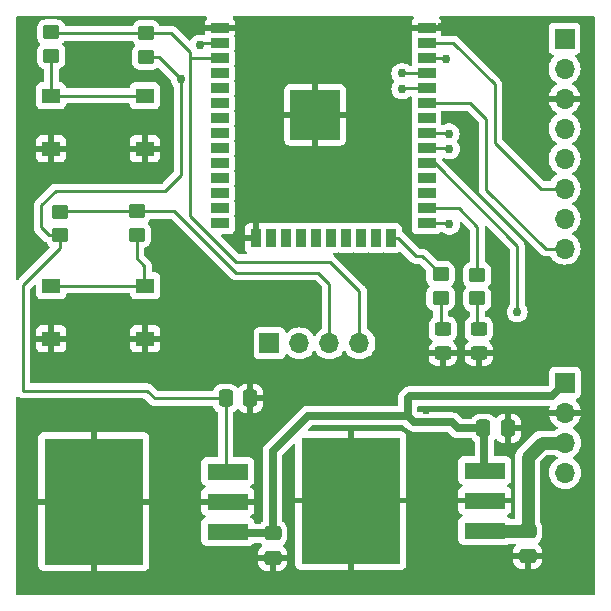
<source format=gtl>
%TF.GenerationSoftware,KiCad,Pcbnew,8.0.0*%
%TF.CreationDate,2024-12-08T13:18:30+05:30*%
%TF.ProjectId,RFID_1,52464944-5f31-42e6-9b69-6361645f7063,rev?*%
%TF.SameCoordinates,Original*%
%TF.FileFunction,Copper,L1,Top*%
%TF.FilePolarity,Positive*%
%FSLAX46Y46*%
G04 Gerber Fmt 4.6, Leading zero omitted, Abs format (unit mm)*
G04 Created by KiCad (PCBNEW 8.0.0) date 2024-12-08 13:18:30*
%MOMM*%
%LPD*%
G01*
G04 APERTURE LIST*
G04 Aperture macros list*
%AMRoundRect*
0 Rectangle with rounded corners*
0 $1 Rounding radius*
0 $2 $3 $4 $5 $6 $7 $8 $9 X,Y pos of 4 corners*
0 Add a 4 corners polygon primitive as box body*
4,1,4,$2,$3,$4,$5,$6,$7,$8,$9,$2,$3,0*
0 Add four circle primitives for the rounded corners*
1,1,$1+$1,$2,$3*
1,1,$1+$1,$4,$5*
1,1,$1+$1,$6,$7*
1,1,$1+$1,$8,$9*
0 Add four rect primitives between the rounded corners*
20,1,$1+$1,$2,$3,$4,$5,0*
20,1,$1+$1,$4,$5,$6,$7,0*
20,1,$1+$1,$6,$7,$8,$9,0*
20,1,$1+$1,$8,$9,$2,$3,0*%
G04 Aperture macros list end*
%TA.AperFunction,SMDPad,CuDef*%
%ADD10RoundRect,0.250000X0.450000X-0.350000X0.450000X0.350000X-0.450000X0.350000X-0.450000X-0.350000X0*%
%TD*%
%TA.AperFunction,ComponentPad*%
%ADD11R,1.700000X1.700000*%
%TD*%
%TA.AperFunction,ComponentPad*%
%ADD12O,1.700000X1.700000*%
%TD*%
%TA.AperFunction,SMDPad,CuDef*%
%ADD13RoundRect,0.250000X-0.475000X0.337500X-0.475000X-0.337500X0.475000X-0.337500X0.475000X0.337500X0*%
%TD*%
%TA.AperFunction,SMDPad,CuDef*%
%ADD14RoundRect,0.250000X-0.450000X0.350000X-0.450000X-0.350000X0.450000X-0.350000X0.450000X0.350000X0*%
%TD*%
%TA.AperFunction,SMDPad,CuDef*%
%ADD15R,1.550000X1.300000*%
%TD*%
%TA.AperFunction,SMDPad,CuDef*%
%ADD16R,3.505200X1.397000*%
%TD*%
%TA.AperFunction,SMDPad,CuDef*%
%ADD17R,8.407400X10.718800*%
%TD*%
%TA.AperFunction,SMDPad,CuDef*%
%ADD18RoundRect,0.250000X-0.337500X-0.475000X0.337500X-0.475000X0.337500X0.475000X-0.337500X0.475000X0*%
%TD*%
%TA.AperFunction,SMDPad,CuDef*%
%ADD19RoundRect,0.250000X0.450000X-0.325000X0.450000X0.325000X-0.450000X0.325000X-0.450000X-0.325000X0*%
%TD*%
%TA.AperFunction,SMDPad,CuDef*%
%ADD20R,1.500000X0.900000*%
%TD*%
%TA.AperFunction,SMDPad,CuDef*%
%ADD21R,0.900000X1.500000*%
%TD*%
%TA.AperFunction,SMDPad,CuDef*%
%ADD22R,1.050000X1.050000*%
%TD*%
%TA.AperFunction,HeatsinkPad*%
%ADD23C,0.600000*%
%TD*%
%TA.AperFunction,SMDPad,CuDef*%
%ADD24R,4.200000X4.200000*%
%TD*%
%TA.AperFunction,ViaPad*%
%ADD25C,0.762000*%
%TD*%
%TA.AperFunction,Conductor*%
%ADD26C,0.254000*%
%TD*%
%TA.AperFunction,Conductor*%
%ADD27C,0.635000*%
%TD*%
%TA.AperFunction,Conductor*%
%ADD28C,1.066800*%
%TD*%
G04 APERTURE END LIST*
D10*
%TO.P,R3,1*%
%TO.N,VDD*%
X131241800Y-96037400D03*
%TO.P,R3,2*%
%TO.N,/BOOT*%
X131241800Y-94037400D03*
%TD*%
D11*
%TO.P,J3,1,Pin_1*%
%TO.N,/5V*%
X173990000Y-108534200D03*
D12*
%TO.P,J3,2,Pin_2*%
%TO.N,GND*%
X173990000Y-111074200D03*
%TO.P,J3,3,Pin_3*%
%TO.N,/12V*%
X173990000Y-113614200D03*
%TO.P,J3,4,Pin_4*%
%TO.N,Net-(J3-Pin_4)*%
X173990000Y-116154200D03*
%TD*%
D13*
%TO.P,C3,1*%
%TO.N,/12V*%
X170815000Y-121115000D03*
%TO.P,C3,2*%
%TO.N,GND*%
X170815000Y-123190000D03*
%TD*%
%TO.P,C4,1*%
%TO.N,/5V*%
X149225000Y-121285000D03*
%TO.P,C4,2*%
%TO.N,GND*%
X149225000Y-123360000D03*
%TD*%
D14*
%TO.P,R4,1*%
%TO.N,/BOOT*%
X137718800Y-94012000D03*
%TO.P,R4,2*%
%TO.N,Net-(R4-Pad2)*%
X137718800Y-96012000D03*
%TD*%
D15*
%TO.P,SW1,1,1*%
%TO.N,Net-(R2-Pad2)*%
X130454600Y-84222200D03*
X138404600Y-84222200D03*
%TO.P,SW1,2,2*%
%TO.N,GND*%
X130454600Y-88722200D03*
X138404600Y-88722200D03*
%TD*%
D14*
%TO.P,R2,1*%
%TO.N,/EN*%
X130479800Y-78873600D03*
%TO.P,R2,2*%
%TO.N,Net-(R2-Pad2)*%
X130479800Y-80873600D03*
%TD*%
D16*
%TO.P,U3,1,INPUT*%
%TO.N,/12V*%
X167192600Y-121046000D03*
%TO.P,U3,2,GROUND*%
%TO.N,GND*%
X167192600Y-118506000D03*
%TO.P,U3,3,OUTPUT*%
%TO.N,/5V*%
X167192600Y-115966000D03*
D17*
%TO.P,U3,4,GROUND*%
%TO.N,GND*%
X155851500Y-118506000D03*
%TD*%
D18*
%TO.P,C1,1*%
%TO.N,/5V*%
X167077500Y-112395000D03*
%TO.P,C1,2*%
%TO.N,GND*%
X169152500Y-112395000D03*
%TD*%
D19*
%TO.P,D4,1,K*%
%TO.N,GND*%
X166674800Y-106045000D03*
%TO.P,D4,2,A*%
%TO.N,Net-(D4-A)*%
X166674800Y-103995000D03*
%TD*%
D11*
%TO.P,J1,1,Pin_1*%
%TO.N,Net-(J1-Pin_1)*%
X148955600Y-105196800D03*
D12*
%TO.P,J1,2,Pin_2*%
%TO.N,Net-(J1-Pin_2)*%
X151495600Y-105196800D03*
%TO.P,J1,3,Pin_3*%
%TO.N,/BOOT*%
X154035600Y-105196800D03*
%TO.P,J1,4,Pin_4*%
%TO.N,/EN*%
X156575600Y-105196800D03*
%TD*%
D18*
%TO.P,C2,1*%
%TO.N,VDD*%
X145245000Y-109855000D03*
%TO.P,C2,2*%
%TO.N,GND*%
X147320000Y-109855000D03*
%TD*%
D20*
%TO.P,U1,1,GND*%
%TO.N,GND*%
X144755200Y-78511400D03*
%TO.P,U1,2,VDD*%
%TO.N,VDD*%
X144755200Y-79781400D03*
%TO.P,U1,3,EN*%
%TO.N,/EN*%
X144755200Y-81051400D03*
%TO.P,U1,4,SENSOR_VP*%
%TO.N,unconnected-(U1-SENSOR_VP-Pad4)*%
X144755200Y-82321400D03*
%TO.P,U1,5,SENSOR_VN*%
%TO.N,unconnected-(U1-SENSOR_VN-Pad5)*%
X144755200Y-83591400D03*
%TO.P,U1,6,IO34*%
%TO.N,unconnected-(U1-IO34-Pad6)*%
X144755200Y-84861400D03*
%TO.P,U1,7,IO35*%
%TO.N,unconnected-(U1-IO35-Pad7)*%
X144755200Y-86131400D03*
%TO.P,U1,8,IO32*%
%TO.N,unconnected-(U1-IO32-Pad8)*%
X144755200Y-87401400D03*
%TO.P,U1,9,IO33*%
%TO.N,unconnected-(U1-IO33-Pad9)*%
X144755200Y-88671400D03*
%TO.P,U1,10,IO25*%
%TO.N,unconnected-(U1-IO25-Pad10)*%
X144755200Y-89941400D03*
%TO.P,U1,11,IO26*%
%TO.N,unconnected-(U1-IO26-Pad11)*%
X144755200Y-91211400D03*
%TO.P,U1,12,IO27*%
%TO.N,unconnected-(U1-IO27-Pad12)*%
X144755200Y-92481400D03*
%TO.P,U1,13,IO14*%
%TO.N,unconnected-(U1-IO14-Pad13)*%
X144755200Y-93751400D03*
%TO.P,U1,14,IO12*%
%TO.N,unconnected-(U1-IO12-Pad14)*%
X144755200Y-95021400D03*
D21*
%TO.P,U1,15,GND*%
%TO.N,GND*%
X147795200Y-96271400D03*
%TO.P,U1,16,IO13*%
%TO.N,unconnected-(U1-IO13-Pad16)*%
X149065200Y-96271400D03*
%TO.P,U1,17,SHD/SD2*%
%TO.N,unconnected-(U1-SHD{slash}SD2-Pad17)*%
X150335200Y-96271400D03*
%TO.P,U1,18,SWP/SD3*%
%TO.N,unconnected-(U1-SWP{slash}SD3-Pad18)*%
X151605200Y-96271400D03*
%TO.P,U1,19,SCS/CMD*%
%TO.N,unconnected-(U1-SCS{slash}CMD-Pad19)*%
X152875200Y-96271400D03*
%TO.P,U1,20,SCK/CLK*%
%TO.N,unconnected-(U1-SCK{slash}CLK-Pad20)*%
X154145200Y-96271400D03*
%TO.P,U1,21,SDO/SD0*%
%TO.N,unconnected-(U1-SDO{slash}SD0-Pad21)*%
X155415200Y-96271400D03*
%TO.P,U1,22,SDI/SD1*%
%TO.N,unconnected-(U1-SDI{slash}SD1-Pad22)*%
X156685200Y-96271400D03*
%TO.P,U1,23,IO15*%
%TO.N,/Blue*%
X157955200Y-96271400D03*
%TO.P,U1,24,IO2*%
%TO.N,/Green*%
X159225200Y-96271400D03*
D20*
%TO.P,U1,25,IO0*%
%TO.N,/BOOT*%
X162255200Y-95021400D03*
%TO.P,U1,26,IO4*%
%TO.N,/RED*%
X162255200Y-93751400D03*
%TO.P,U1,27,IO16*%
%TO.N,unconnected-(U1-IO16-Pad27)*%
X162255200Y-92481400D03*
%TO.P,U1,28,IO17*%
%TO.N,unconnected-(U1-IO17-Pad28)*%
X162255200Y-91211400D03*
%TO.P,U1,29,IO5*%
%TO.N,Net-(J3-Pin_4)*%
X162255200Y-89941400D03*
%TO.P,U1,30,IO18*%
%TO.N,/SCK*%
X162255200Y-88671400D03*
%TO.P,U1,31,IO19*%
%TO.N,/MISO*%
X162255200Y-87401400D03*
%TO.P,U1,32,NC*%
%TO.N,unconnected-(U1-NC-Pad32)*%
X162255200Y-86131400D03*
%TO.P,U1,33,IO21*%
%TO.N,/SDA*%
X162255200Y-84861400D03*
%TO.P,U1,34,RXD0/IO3*%
%TO.N,Net-(J1-Pin_1)*%
X162255200Y-83591400D03*
%TO.P,U1,35,TXD0/IO1*%
%TO.N,Net-(J1-Pin_2)*%
X162255200Y-82321400D03*
%TO.P,U1,36,IO22*%
%TO.N,/RST*%
X162255200Y-81051400D03*
%TO.P,U1,37,IO23*%
%TO.N,/MOSI*%
X162255200Y-79781400D03*
%TO.P,U1,38,GND*%
%TO.N,GND*%
X162255200Y-78511400D03*
D22*
%TO.P,U1,39,GND*%
X151300200Y-84326400D03*
D23*
X151300200Y-85088900D03*
D22*
X151300200Y-85851400D03*
D23*
X151300200Y-86613900D03*
D22*
X151300200Y-87376400D03*
D23*
X152062700Y-84326400D03*
X152062700Y-85851400D03*
X152062700Y-87376400D03*
D22*
X152825200Y-84326400D03*
D23*
X152825200Y-85088900D03*
D22*
X152825200Y-85851400D03*
D24*
X152825200Y-85851400D03*
D23*
X152825200Y-86613900D03*
D22*
X152825200Y-87376400D03*
D23*
X153587700Y-84326400D03*
X153587700Y-85851400D03*
X153587700Y-87376400D03*
D22*
X154350200Y-84326400D03*
D23*
X154350200Y-85088900D03*
D22*
X154350200Y-85851400D03*
D23*
X154350200Y-86613900D03*
D22*
X154350200Y-87376400D03*
%TD*%
D15*
%TO.P,SW2,1,1*%
%TO.N,Net-(R4-Pad2)*%
X130492600Y-100315200D03*
X138442600Y-100315200D03*
%TO.P,SW2,2,2*%
%TO.N,GND*%
X130492600Y-104815200D03*
X138442600Y-104815200D03*
%TD*%
D16*
%TO.P,U2,1,INPUT*%
%TO.N,/5V*%
X145427700Y-121132600D03*
%TO.P,U2,2,GROUND*%
%TO.N,GND*%
X145427700Y-118592600D03*
%TO.P,U2,3,OUTPUT*%
%TO.N,VDD*%
X145427700Y-116052600D03*
D17*
%TO.P,U2,4,4*%
%TO.N,GND*%
X134086600Y-118592600D03*
%TD*%
D14*
%TO.P,R5,1*%
%TO.N,/Green*%
X163439600Y-99346400D03*
%TO.P,R5,2*%
%TO.N,Net-(D1-A)*%
X163439600Y-101346400D03*
%TD*%
D19*
%TO.P,D1,1,K*%
%TO.N,GND*%
X163634800Y-106045000D03*
%TO.P,D1,2,A*%
%TO.N,Net-(D1-A)*%
X163634800Y-103995000D03*
%TD*%
D10*
%TO.P,R1,1*%
%TO.N,VDD*%
X138506200Y-80949800D03*
%TO.P,R1,2*%
%TO.N,/EN*%
X138506200Y-78949800D03*
%TD*%
D11*
%TO.P,J2,1,Pin_1*%
%TO.N,VDD*%
X173939200Y-79400400D03*
D12*
%TO.P,J2,2,Pin_2*%
%TO.N,/RST*%
X173939200Y-81940400D03*
%TO.P,J2,3,Pin_3*%
%TO.N,GND*%
X173939200Y-84480400D03*
%TO.P,J2,4,Pin_4*%
%TO.N,/NC*%
X173939200Y-87020400D03*
%TO.P,J2,5,Pin_5*%
%TO.N,/MISO*%
X173939200Y-89560400D03*
%TO.P,J2,6,Pin_6*%
%TO.N,/MOSI*%
X173939200Y-92100400D03*
%TO.P,J2,7,Pin_7*%
%TO.N,/SCK*%
X173939200Y-94640400D03*
%TO.P,J2,8,Pin_8*%
%TO.N,/SDA*%
X173939200Y-97180400D03*
%TD*%
D14*
%TO.P,R8,1*%
%TO.N,/RED*%
X166538400Y-99397200D03*
%TO.P,R8,2*%
%TO.N,Net-(D4-A)*%
X166538400Y-101397200D03*
%TD*%
D25*
%TO.N,Net-(J3-Pin_4)*%
X169925000Y-102525000D03*
%TO.N,GND*%
X171450000Y-111125000D03*
X135890000Y-116840000D03*
X137160000Y-115570000D03*
X137160000Y-120650000D03*
X154962500Y-118125000D03*
X158772500Y-116855000D03*
X135890000Y-119380000D03*
X156232500Y-114315000D03*
X133350000Y-115570000D03*
X135890000Y-115570000D03*
X137160000Y-114300000D03*
X134620000Y-115570000D03*
X163830000Y-107950000D03*
X163500000Y-78450000D03*
X156232500Y-116855000D03*
X158772500Y-118125000D03*
X157502500Y-115585000D03*
X132080000Y-119380000D03*
X133350000Y-114300000D03*
X162175000Y-110875000D03*
X132080000Y-114300000D03*
X153692500Y-121935000D03*
X153692500Y-120665000D03*
X153692500Y-115585000D03*
X157502500Y-116855000D03*
X158772500Y-114315000D03*
X158772500Y-119395000D03*
X134620000Y-114300000D03*
X132080000Y-115570000D03*
X156232500Y-118125000D03*
X157502500Y-120665000D03*
X156232500Y-120665000D03*
X157502500Y-114315000D03*
X134620000Y-120650000D03*
X137160000Y-118110000D03*
X157502500Y-118125000D03*
X157502500Y-121935000D03*
X133350000Y-119380000D03*
X130810000Y-119380000D03*
X137160000Y-119380000D03*
X154962500Y-121935000D03*
X130810000Y-114300000D03*
X135890000Y-121920000D03*
X130810000Y-118110000D03*
X130810000Y-121920000D03*
X153692500Y-119395000D03*
X158772500Y-120665000D03*
X130810000Y-120650000D03*
X166370000Y-107950000D03*
X153692500Y-114315000D03*
X137160000Y-121920000D03*
X135890000Y-118110000D03*
X158772500Y-121935000D03*
X130810000Y-116840000D03*
X132080000Y-118110000D03*
X154962500Y-120665000D03*
X143075000Y-78600000D03*
X153692500Y-116855000D03*
X154962500Y-119395000D03*
X135890000Y-120650000D03*
X152422500Y-119395000D03*
X135890000Y-114300000D03*
X152422500Y-121935000D03*
X134620000Y-116840000D03*
X133350000Y-120650000D03*
X134620000Y-121920000D03*
X153692500Y-118125000D03*
X157502500Y-119395000D03*
X132080000Y-121920000D03*
X152422500Y-114315000D03*
X132080000Y-120650000D03*
X152422500Y-120665000D03*
X137160000Y-116840000D03*
X156232500Y-121935000D03*
X171450000Y-84575000D03*
X152422500Y-118125000D03*
X152422500Y-115585000D03*
X154962500Y-116855000D03*
X158772500Y-115585000D03*
X133350000Y-118110000D03*
X156232500Y-115585000D03*
X156232500Y-119395000D03*
X130810000Y-115570000D03*
X134620000Y-118110000D03*
X132080000Y-116840000D03*
X152422500Y-116855000D03*
X154962500Y-115585000D03*
X134620000Y-119380000D03*
X133350000Y-121920000D03*
X133350000Y-116840000D03*
X154962500Y-114315000D03*
%TO.N,VDD*%
X143052800Y-79959200D03*
X141478000Y-82854800D03*
%TO.N,Net-(J1-Pin_2)*%
X160172400Y-82346800D03*
%TO.N,Net-(J1-Pin_1)*%
X160172400Y-83667600D03*
%TO.N,/BOOT*%
X164185600Y-95123000D03*
%TO.N,/SCK*%
X164185600Y-88747600D03*
%TO.N,/MISO*%
X164160200Y-87452200D03*
%TO.N,/RST*%
X163900000Y-81125000D03*
%TD*%
D26*
%TO.N,Net-(J3-Pin_4)*%
X169925000Y-96919200D02*
X169925000Y-102525000D01*
X162255200Y-89941400D02*
X162947200Y-89941400D01*
X162947200Y-89941400D02*
X169925000Y-96919200D01*
D27*
%TO.N,/5V*%
X172871500Y-109652700D02*
X160857300Y-109652700D01*
X173990000Y-108534200D02*
X172871500Y-109652700D01*
X167152500Y-112590000D02*
X167152500Y-115925900D01*
X160655000Y-111328200D02*
X152196800Y-111328200D01*
X161176800Y-111850000D02*
X164375000Y-111850000D01*
X167192600Y-115966000D02*
X166138500Y-115966000D01*
X146481800Y-121132600D02*
X145427700Y-121132600D01*
X149225000Y-114300000D02*
X149225000Y-121285000D01*
X149225000Y-121285000D02*
X145580100Y-121285000D01*
X164920000Y-112395000D02*
X167077500Y-112395000D01*
X145580100Y-121285000D02*
X145427700Y-121132600D01*
X167152500Y-115925900D02*
X167192600Y-115966000D01*
X164375000Y-111850000D02*
X164920000Y-112395000D01*
X160857300Y-109652700D02*
X160655000Y-109855000D01*
X160655000Y-109855000D02*
X160655000Y-111328200D01*
X160655000Y-111328200D02*
X161176800Y-111850000D01*
X152196800Y-111328200D02*
X149225000Y-114300000D01*
D26*
%TO.N,GND*%
X163634800Y-106045000D02*
X163634800Y-107754800D01*
X166674800Y-107645200D02*
X166370000Y-107950000D01*
X143163600Y-78511400D02*
X143075000Y-78600000D01*
X163438600Y-78511400D02*
X162255200Y-78511400D01*
X163467600Y-106212200D02*
X163634800Y-106045000D01*
X166674800Y-106045000D02*
X166674800Y-107645200D01*
X144755200Y-78511400D02*
X143163600Y-78511400D01*
X163500000Y-78450000D02*
X163438600Y-78511400D01*
X163634800Y-107754800D02*
X163830000Y-107950000D01*
%TO.N,VDD*%
X140125000Y-92300000D02*
X130850000Y-92300000D01*
X139573000Y-80949800D02*
X138506200Y-80949800D01*
X141478000Y-90947000D02*
X140125000Y-92300000D01*
X129625000Y-95375000D02*
X130287400Y-96037400D01*
X138595100Y-109220000D02*
X128092200Y-109220000D01*
X141478000Y-82854800D02*
X141478000Y-90947000D01*
X128092200Y-100282800D02*
X131241800Y-97133200D01*
X130850000Y-92300000D02*
X129625000Y-93525000D01*
X131241800Y-97133200D02*
X131241800Y-96037400D01*
X144755200Y-79781400D02*
X143230600Y-79781400D01*
X141478000Y-82854800D02*
X139573000Y-80949800D01*
X139230100Y-109855000D02*
X138595100Y-109220000D01*
X145245000Y-109855000D02*
X139230100Y-109855000D01*
X130287400Y-96037400D02*
X131241800Y-96037400D01*
X145245000Y-115869900D02*
X145427700Y-116052600D01*
X128092200Y-109220000D02*
X128092200Y-100282800D01*
X129625000Y-93525000D02*
X129625000Y-95375000D01*
X143230600Y-79781400D02*
X143052800Y-79959200D01*
X145427700Y-116052600D02*
X144373600Y-116052600D01*
X145245000Y-109855000D02*
X145245000Y-115869900D01*
D28*
%TO.N,/12V*%
X170815000Y-114810000D02*
X170815000Y-121115000D01*
X172010800Y-113614200D02*
X170815000Y-114810000D01*
X173990000Y-113614200D02*
X172010800Y-113614200D01*
X170815000Y-121115000D02*
X167261600Y-121115000D01*
X167261600Y-121115000D02*
X167192600Y-121046000D01*
D26*
%TO.N,Net-(D1-A)*%
X163439600Y-101346400D02*
X163439600Y-103799800D01*
X163439600Y-103799800D02*
X163634800Y-103995000D01*
%TO.N,Net-(D4-A)*%
X166538400Y-101397200D02*
X166538400Y-103858600D01*
X166538400Y-103858600D02*
X166674800Y-103995000D01*
%TO.N,/EN*%
X142240000Y-94411800D02*
X146100800Y-98272600D01*
X154047600Y-98272600D02*
X156575600Y-100800600D01*
X142240000Y-80540000D02*
X140649800Y-78949800D01*
X138506200Y-78949800D02*
X130556000Y-78949800D01*
X142240000Y-81051400D02*
X142240000Y-81889600D01*
X130556000Y-78949800D02*
X130479800Y-78873600D01*
X156575600Y-100800600D02*
X156575600Y-105196800D01*
X142240000Y-81889600D02*
X142240000Y-94411800D01*
X146100800Y-98272600D02*
X154047600Y-98272600D01*
X142240000Y-81889600D02*
X142240000Y-80540000D01*
X144755200Y-81051400D02*
X142240000Y-81051400D01*
X140649800Y-78949800D02*
X138506200Y-78949800D01*
%TO.N,Net-(J1-Pin_2)*%
X162255200Y-82321400D02*
X160197800Y-82321400D01*
X160197800Y-82321400D02*
X160172400Y-82346800D01*
%TO.N,Net-(J1-Pin_1)*%
X162255200Y-83591400D02*
X160248600Y-83591400D01*
X160248600Y-83591400D02*
X160172400Y-83667600D01*
%TO.N,/BOOT*%
X153100000Y-99200000D02*
X154035600Y-100135600D01*
X146100000Y-99200000D02*
X153100000Y-99200000D01*
X131267200Y-94012000D02*
X131241800Y-94037400D01*
X162255200Y-95021400D02*
X164084000Y-95021400D01*
X154035600Y-100135600D02*
X154035600Y-105196800D01*
X140912000Y-94012000D02*
X146100000Y-99200000D01*
X137718800Y-94012000D02*
X140912000Y-94012000D01*
X137718800Y-94012000D02*
X131267200Y-94012000D01*
X164084000Y-95021400D02*
X164185600Y-95123000D01*
%TO.N,/SDA*%
X167325000Y-86225000D02*
X167325000Y-92175000D01*
X162255200Y-84861400D02*
X165961400Y-84861400D01*
X165961400Y-84861400D02*
X167325000Y-86225000D01*
X172330400Y-97180400D02*
X173939200Y-97180400D01*
X167325000Y-92175000D02*
X172330400Y-97180400D01*
%TO.N,/SCK*%
X162255200Y-88671400D02*
X164109400Y-88671400D01*
X164109400Y-88671400D02*
X164185600Y-88747600D01*
%TO.N,/MISO*%
X162255200Y-87401400D02*
X164109400Y-87401400D01*
X164109400Y-87401400D02*
X164160200Y-87452200D01*
%TO.N,/MOSI*%
X168025000Y-88200000D02*
X171925400Y-92100400D01*
X164531400Y-79781400D02*
X168025000Y-83275000D01*
X171925400Y-92100400D02*
X173939200Y-92100400D01*
X162255200Y-79781400D02*
X164531400Y-79781400D01*
X168025000Y-83275000D02*
X168025000Y-88200000D01*
%TO.N,/RST*%
X163826400Y-81051400D02*
X163900000Y-81125000D01*
X162255200Y-81051400D02*
X163826400Y-81051400D01*
%TO.N,Net-(R2-Pad2)*%
X130479800Y-84197000D02*
X130454600Y-84222200D01*
X130454600Y-84222200D02*
X138404600Y-84222200D01*
X130479800Y-80873600D02*
X130479800Y-84197000D01*
%TO.N,Net-(R4-Pad2)*%
X138375000Y-100247600D02*
X138442600Y-100315200D01*
X137718800Y-97993800D02*
X138375000Y-98650000D01*
X138375000Y-98650000D02*
X138375000Y-100247600D01*
X137718800Y-96012000D02*
X137718800Y-97993800D01*
X138442600Y-100315200D02*
X130492600Y-100315200D01*
%TO.N,/Green*%
X159822200Y-96271400D02*
X161366200Y-97815400D01*
X161366200Y-97815400D02*
X161908600Y-97815400D01*
X159225200Y-96271400D02*
X159822200Y-96271400D01*
X161908600Y-97815400D02*
X163439600Y-99346400D01*
%TO.N,/RED*%
X162255200Y-93751400D02*
X164973000Y-93751400D01*
X164973000Y-93751400D02*
X166538400Y-95316800D01*
X166538400Y-95316800D02*
X166538400Y-99397200D01*
%TD*%
%TA.AperFunction,Conductor*%
%TO.N,GND*%
G36*
X143619751Y-77520285D02*
G01*
X143665506Y-77573089D01*
X143675450Y-77642247D01*
X143651978Y-77698911D01*
X143561849Y-77819306D01*
X143561845Y-77819313D01*
X143511603Y-77954020D01*
X143511601Y-77954027D01*
X143505200Y-78013555D01*
X143505200Y-78261400D01*
X146005200Y-78261400D01*
X146005200Y-78013572D01*
X146005199Y-78013555D01*
X145998798Y-77954027D01*
X145998796Y-77954020D01*
X145948554Y-77819313D01*
X145948550Y-77819306D01*
X145858422Y-77698911D01*
X145834004Y-77633447D01*
X145848855Y-77565174D01*
X145898260Y-77515768D01*
X145957688Y-77500600D01*
X161052712Y-77500600D01*
X161119751Y-77520285D01*
X161165506Y-77573089D01*
X161175450Y-77642247D01*
X161151978Y-77698911D01*
X161061849Y-77819306D01*
X161061845Y-77819313D01*
X161011603Y-77954020D01*
X161011601Y-77954027D01*
X161005200Y-78013555D01*
X161005200Y-78261400D01*
X163505200Y-78261400D01*
X163505200Y-78013572D01*
X163505199Y-78013555D01*
X163498798Y-77954027D01*
X163498796Y-77954020D01*
X163448554Y-77819313D01*
X163448550Y-77819306D01*
X163358422Y-77698911D01*
X163334004Y-77633447D01*
X163348855Y-77565174D01*
X163398260Y-77515768D01*
X163457688Y-77500600D01*
X176375400Y-77500600D01*
X176442439Y-77520285D01*
X176488194Y-77573089D01*
X176499400Y-77624600D01*
X176499400Y-126375500D01*
X176479715Y-126442539D01*
X176426911Y-126488294D01*
X176375400Y-126499500D01*
X127624500Y-126499500D01*
X127557461Y-126479815D01*
X127511706Y-126427011D01*
X127500500Y-126375500D01*
X127500500Y-118842600D01*
X129382900Y-118842600D01*
X129382900Y-123999844D01*
X129389301Y-124059372D01*
X129389303Y-124059379D01*
X129439545Y-124194086D01*
X129439549Y-124194093D01*
X129525709Y-124309187D01*
X129525712Y-124309190D01*
X129640806Y-124395350D01*
X129640813Y-124395354D01*
X129775520Y-124445596D01*
X129775527Y-124445598D01*
X129835055Y-124451999D01*
X129835072Y-124452000D01*
X133836600Y-124452000D01*
X133836600Y-118842600D01*
X134336600Y-118842600D01*
X134336600Y-124452000D01*
X138338128Y-124452000D01*
X138338144Y-124451999D01*
X138397672Y-124445598D01*
X138397679Y-124445596D01*
X138532386Y-124395354D01*
X138532393Y-124395350D01*
X138647487Y-124309190D01*
X138647490Y-124309187D01*
X138733650Y-124194093D01*
X138733654Y-124194086D01*
X138783896Y-124059379D01*
X138783898Y-124059372D01*
X138790299Y-123999844D01*
X138790300Y-123999827D01*
X138790300Y-123610000D01*
X148000001Y-123610000D01*
X148000001Y-123747486D01*
X148010494Y-123850197D01*
X148065641Y-124016619D01*
X148065643Y-124016624D01*
X148157684Y-124165845D01*
X148281654Y-124289815D01*
X148430875Y-124381856D01*
X148430880Y-124381858D01*
X148597302Y-124437005D01*
X148597309Y-124437006D01*
X148700019Y-124447499D01*
X148974999Y-124447499D01*
X148975000Y-124447498D01*
X148975000Y-123610000D01*
X149475000Y-123610000D01*
X149475000Y-124447499D01*
X149749972Y-124447499D01*
X149749986Y-124447498D01*
X149852697Y-124437005D01*
X150019119Y-124381858D01*
X150019124Y-124381856D01*
X150168345Y-124289815D01*
X150292315Y-124165845D01*
X150384356Y-124016624D01*
X150384358Y-124016619D01*
X150439505Y-123850197D01*
X150439506Y-123850190D01*
X150449999Y-123747486D01*
X150450000Y-123747473D01*
X150450000Y-123610000D01*
X149475000Y-123610000D01*
X148975000Y-123610000D01*
X148000001Y-123610000D01*
X138790300Y-123610000D01*
X138790300Y-121878970D01*
X143174600Y-121878970D01*
X143174601Y-121878976D01*
X143181008Y-121938583D01*
X143231302Y-122073428D01*
X143231306Y-122073435D01*
X143317552Y-122188644D01*
X143317555Y-122188647D01*
X143432764Y-122274893D01*
X143432771Y-122274897D01*
X143567617Y-122325191D01*
X143567616Y-122325191D01*
X143574544Y-122325935D01*
X143627227Y-122331600D01*
X147228172Y-122331599D01*
X147287783Y-122325191D01*
X147422631Y-122274896D01*
X147537846Y-122188646D01*
X147538108Y-122188297D01*
X147564763Y-122152690D01*
X147620696Y-122110818D01*
X147664030Y-122103000D01*
X148117770Y-122103000D01*
X148184809Y-122122685D01*
X148205451Y-122139319D01*
X148281344Y-122215212D01*
X148284628Y-122217237D01*
X148284653Y-122217253D01*
X148286445Y-122219246D01*
X148287011Y-122219693D01*
X148286934Y-122219789D01*
X148331379Y-122269199D01*
X148342603Y-122338161D01*
X148314761Y-122402244D01*
X148284665Y-122428326D01*
X148281660Y-122430179D01*
X148281655Y-122430183D01*
X148157684Y-122554154D01*
X148065643Y-122703375D01*
X148065641Y-122703380D01*
X148010494Y-122869802D01*
X148010493Y-122869809D01*
X148000000Y-122972513D01*
X148000000Y-123110000D01*
X150449999Y-123110000D01*
X150449999Y-122972528D01*
X150449998Y-122972513D01*
X150439505Y-122869802D01*
X150384358Y-122703380D01*
X150384356Y-122703375D01*
X150292315Y-122554154D01*
X150168344Y-122430183D01*
X150168341Y-122430181D01*
X150165339Y-122428329D01*
X150163713Y-122426521D01*
X150162677Y-122425702D01*
X150162817Y-122425524D01*
X150118617Y-122376380D01*
X150107397Y-122307417D01*
X150135243Y-122243336D01*
X150165344Y-122217254D01*
X150168656Y-122215212D01*
X150292712Y-122091156D01*
X150384814Y-121941834D01*
X150439999Y-121775297D01*
X150450500Y-121672509D01*
X150450499Y-120897492D01*
X150439999Y-120794703D01*
X150384814Y-120628166D01*
X150292712Y-120478844D01*
X150168656Y-120354788D01*
X150168655Y-120354787D01*
X150101902Y-120313613D01*
X150055178Y-120261665D01*
X150043000Y-120208075D01*
X150043000Y-118756000D01*
X151147800Y-118756000D01*
X151147800Y-123913244D01*
X151154201Y-123972772D01*
X151154203Y-123972779D01*
X151204445Y-124107486D01*
X151204449Y-124107493D01*
X151290609Y-124222587D01*
X151290612Y-124222590D01*
X151405706Y-124308750D01*
X151405713Y-124308754D01*
X151540420Y-124358996D01*
X151540427Y-124358998D01*
X151599955Y-124365399D01*
X151599972Y-124365400D01*
X155601500Y-124365400D01*
X155601500Y-118756000D01*
X156101500Y-118756000D01*
X156101500Y-124365400D01*
X160103028Y-124365400D01*
X160103044Y-124365399D01*
X160162572Y-124358998D01*
X160162579Y-124358996D01*
X160297286Y-124308754D01*
X160297293Y-124308750D01*
X160412387Y-124222590D01*
X160412390Y-124222587D01*
X160498550Y-124107493D01*
X160498554Y-124107486D01*
X160548796Y-123972779D01*
X160548798Y-123972772D01*
X160555199Y-123913244D01*
X160555200Y-123913227D01*
X160555200Y-123440000D01*
X169590001Y-123440000D01*
X169590001Y-123577486D01*
X169600494Y-123680197D01*
X169655641Y-123846619D01*
X169655643Y-123846624D01*
X169747684Y-123995845D01*
X169871654Y-124119815D01*
X170020875Y-124211856D01*
X170020880Y-124211858D01*
X170187302Y-124267005D01*
X170187309Y-124267006D01*
X170290019Y-124277499D01*
X170564999Y-124277499D01*
X170565000Y-124277498D01*
X170565000Y-123440000D01*
X171065000Y-123440000D01*
X171065000Y-124277499D01*
X171339972Y-124277499D01*
X171339986Y-124277498D01*
X171442697Y-124267005D01*
X171609119Y-124211858D01*
X171609124Y-124211856D01*
X171758345Y-124119815D01*
X171882315Y-123995845D01*
X171974356Y-123846624D01*
X171974358Y-123846619D01*
X172029505Y-123680197D01*
X172029506Y-123680190D01*
X172039999Y-123577486D01*
X172040000Y-123577473D01*
X172040000Y-123440000D01*
X171065000Y-123440000D01*
X170565000Y-123440000D01*
X169590001Y-123440000D01*
X160555200Y-123440000D01*
X160555200Y-118756000D01*
X156101500Y-118756000D01*
X155601500Y-118756000D01*
X151147800Y-118756000D01*
X150043000Y-118756000D01*
X150043000Y-114690188D01*
X150062685Y-114623149D01*
X150079319Y-114602507D01*
X150936119Y-113745707D01*
X150997442Y-113712222D01*
X151067134Y-113717206D01*
X151123067Y-113759078D01*
X151147484Y-113824542D01*
X151147800Y-113833388D01*
X151147800Y-118256000D01*
X155601500Y-118256000D01*
X155601500Y-112646600D01*
X156101500Y-112646600D01*
X156101500Y-118256000D01*
X160555200Y-118256000D01*
X160555200Y-113098772D01*
X160555199Y-113098755D01*
X160548798Y-113039227D01*
X160548796Y-113039220D01*
X160498554Y-112904513D01*
X160498550Y-112904506D01*
X160412390Y-112789412D01*
X160412387Y-112789409D01*
X160297293Y-112703249D01*
X160297286Y-112703245D01*
X160162579Y-112653003D01*
X160162572Y-112653001D01*
X160103044Y-112646600D01*
X156101500Y-112646600D01*
X155601500Y-112646600D01*
X152334588Y-112646600D01*
X152267549Y-112626915D01*
X152221794Y-112574111D01*
X152211850Y-112504953D01*
X152240875Y-112441397D01*
X152246907Y-112434919D01*
X152499307Y-112182519D01*
X152560630Y-112149034D01*
X152586988Y-112146200D01*
X160264811Y-112146200D01*
X160331850Y-112165885D01*
X160352492Y-112182519D01*
X160537077Y-112367104D01*
X160537087Y-112367115D01*
X160655352Y-112485380D01*
X160684645Y-112504953D01*
X160691352Y-112509434D01*
X160789332Y-112574903D01*
X160898284Y-112620032D01*
X160938198Y-112636565D01*
X161096229Y-112667999D01*
X161096233Y-112668000D01*
X161096234Y-112668000D01*
X161096235Y-112668000D01*
X161257366Y-112668000D01*
X163984811Y-112668000D01*
X164051850Y-112687685D01*
X164072492Y-112704319D01*
X164398551Y-113030379D01*
X164398554Y-113030382D01*
X164411792Y-113039227D01*
X164532531Y-113119902D01*
X164546819Y-113125820D01*
X164576124Y-113137959D01*
X164576129Y-113137960D01*
X164576133Y-113137962D01*
X164681398Y-113181565D01*
X164839429Y-113212999D01*
X164839433Y-113213000D01*
X164839434Y-113213000D01*
X165000565Y-113213000D01*
X166000576Y-113213000D01*
X166067615Y-113232685D01*
X166106113Y-113271901D01*
X166147288Y-113338656D01*
X166271344Y-113462712D01*
X166275589Y-113465330D01*
X166322317Y-113517273D01*
X166334500Y-113570873D01*
X166334500Y-114643000D01*
X166314815Y-114710039D01*
X166262011Y-114755794D01*
X166210500Y-114767000D01*
X165392129Y-114767000D01*
X165392123Y-114767001D01*
X165332516Y-114773408D01*
X165197671Y-114823702D01*
X165197664Y-114823706D01*
X165082455Y-114909952D01*
X165082452Y-114909955D01*
X164996206Y-115025164D01*
X164996202Y-115025171D01*
X164945908Y-115160017D01*
X164941402Y-115201936D01*
X164939501Y-115219623D01*
X164939500Y-115219635D01*
X164939500Y-116712370D01*
X164939501Y-116712376D01*
X164945908Y-116771983D01*
X164996202Y-116906828D01*
X164996206Y-116906835D01*
X165082452Y-117022044D01*
X165082455Y-117022047D01*
X165197664Y-117108293D01*
X165197673Y-117108298D01*
X165229273Y-117120084D01*
X165285207Y-117161954D01*
X165309625Y-117227419D01*
X165294774Y-117295692D01*
X165245369Y-117345098D01*
X165229276Y-117352447D01*
X165197916Y-117364144D01*
X165197906Y-117364149D01*
X165082812Y-117450309D01*
X165082809Y-117450312D01*
X164996649Y-117565406D01*
X164996645Y-117565413D01*
X164946403Y-117700120D01*
X164946401Y-117700127D01*
X164940000Y-117759655D01*
X164940000Y-118256000D01*
X169445200Y-118256000D01*
X169445200Y-117759672D01*
X169445199Y-117759655D01*
X169438798Y-117700127D01*
X169438796Y-117700120D01*
X169388554Y-117565413D01*
X169388550Y-117565406D01*
X169302390Y-117450312D01*
X169302387Y-117450309D01*
X169187293Y-117364149D01*
X169187281Y-117364143D01*
X169155924Y-117352447D01*
X169099990Y-117310576D01*
X169075574Y-117245111D01*
X169090426Y-117176838D01*
X169139832Y-117127433D01*
X169155920Y-117120085D01*
X169187531Y-117108296D01*
X169302746Y-117022046D01*
X169388996Y-116906831D01*
X169439291Y-116771983D01*
X169445700Y-116712373D01*
X169445699Y-115219628D01*
X169439291Y-115160017D01*
X169422762Y-115115701D01*
X169388997Y-115025171D01*
X169388993Y-115025164D01*
X169302747Y-114909955D01*
X169302744Y-114909952D01*
X169187535Y-114823706D01*
X169187528Y-114823702D01*
X169052682Y-114773408D01*
X169052683Y-114773408D01*
X168993083Y-114767001D01*
X168993081Y-114767000D01*
X168993073Y-114767000D01*
X168993065Y-114767000D01*
X168094500Y-114767000D01*
X168027461Y-114747315D01*
X167981706Y-114694511D01*
X167970500Y-114643000D01*
X167970500Y-113427230D01*
X167990185Y-113360191D01*
X168006819Y-113339549D01*
X168007712Y-113338656D01*
X168009752Y-113335347D01*
X168011745Y-113333555D01*
X168012193Y-113332989D01*
X168012289Y-113333065D01*
X168061694Y-113288623D01*
X168130656Y-113277395D01*
X168194740Y-113305234D01*
X168220829Y-113335339D01*
X168222681Y-113338341D01*
X168222683Y-113338344D01*
X168346654Y-113462315D01*
X168495875Y-113554356D01*
X168495880Y-113554358D01*
X168662302Y-113609505D01*
X168662309Y-113609506D01*
X168765019Y-113619999D01*
X168902499Y-113619999D01*
X168902500Y-113619998D01*
X168902500Y-112645000D01*
X169402500Y-112645000D01*
X169402500Y-113619999D01*
X169539972Y-113619999D01*
X169539986Y-113619998D01*
X169642697Y-113609505D01*
X169809119Y-113554358D01*
X169809124Y-113554356D01*
X169958345Y-113462315D01*
X170082315Y-113338345D01*
X170174356Y-113189124D01*
X170174358Y-113189119D01*
X170229505Y-113022697D01*
X170229506Y-113022690D01*
X170239999Y-112919986D01*
X170240000Y-112919973D01*
X170240000Y-112645000D01*
X169402500Y-112645000D01*
X168902500Y-112645000D01*
X168902500Y-111170000D01*
X169402500Y-111170000D01*
X169402500Y-112145000D01*
X170239999Y-112145000D01*
X170239999Y-111870028D01*
X170239998Y-111870013D01*
X170229505Y-111767302D01*
X170174358Y-111600880D01*
X170174356Y-111600875D01*
X170082315Y-111451654D01*
X169958345Y-111327684D01*
X169809124Y-111235643D01*
X169809119Y-111235641D01*
X169642697Y-111180494D01*
X169642690Y-111180493D01*
X169539986Y-111170000D01*
X169402500Y-111170000D01*
X168902500Y-111170000D01*
X168765027Y-111170000D01*
X168765012Y-111170001D01*
X168662302Y-111180494D01*
X168495880Y-111235641D01*
X168495875Y-111235643D01*
X168346654Y-111327684D01*
X168222683Y-111451655D01*
X168222679Y-111451660D01*
X168220826Y-111454665D01*
X168219018Y-111456290D01*
X168218202Y-111457323D01*
X168218025Y-111457183D01*
X168168874Y-111501385D01*
X168099911Y-111512601D01*
X168035831Y-111484752D01*
X168009753Y-111454653D01*
X168009737Y-111454628D01*
X168007712Y-111451344D01*
X167883656Y-111327288D01*
X167734334Y-111235186D01*
X167567797Y-111180001D01*
X167567795Y-111180000D01*
X167465010Y-111169500D01*
X166689998Y-111169500D01*
X166689980Y-111169501D01*
X166587203Y-111180000D01*
X166587200Y-111180001D01*
X166420668Y-111235185D01*
X166420663Y-111235187D01*
X166271342Y-111327289D01*
X166147289Y-111451342D01*
X166144237Y-111456290D01*
X166109505Y-111512601D01*
X166106115Y-111518097D01*
X166054167Y-111564821D01*
X166000576Y-111577000D01*
X165310189Y-111577000D01*
X165243150Y-111557315D01*
X165222508Y-111540681D01*
X164896448Y-111214620D01*
X164896444Y-111214617D01*
X164762471Y-111125098D01*
X164762468Y-111125097D01*
X164676764Y-111089598D01*
X164613602Y-111063435D01*
X164613594Y-111063433D01*
X164455570Y-111032000D01*
X164455566Y-111032000D01*
X161597000Y-111032000D01*
X161529961Y-111012315D01*
X161484206Y-110959511D01*
X161473000Y-110908000D01*
X161473000Y-110594700D01*
X161492685Y-110527661D01*
X161545489Y-110481906D01*
X161597000Y-110470700D01*
X172592485Y-110470700D01*
X172659524Y-110490385D01*
X172705279Y-110543189D01*
X172715223Y-110612347D01*
X172712260Y-110626794D01*
X172659364Y-110824199D01*
X172659364Y-110824200D01*
X173556988Y-110824200D01*
X173524075Y-110881207D01*
X173490000Y-111008374D01*
X173490000Y-111140026D01*
X173524075Y-111267193D01*
X173556988Y-111324200D01*
X172659364Y-111324200D01*
X172716567Y-111537686D01*
X172716570Y-111537692D01*
X172816399Y-111751778D01*
X172951894Y-111945282D01*
X173118917Y-112112305D01*
X173304595Y-112242319D01*
X173348219Y-112296896D01*
X173355412Y-112366395D01*
X173323890Y-112428749D01*
X173304595Y-112445469D01*
X173144063Y-112557875D01*
X173077857Y-112580202D01*
X173072939Y-112580300D01*
X172118765Y-112580300D01*
X172118745Y-112580299D01*
X172112631Y-112580299D01*
X171908970Y-112580299D01*
X171908968Y-112580299D01*
X171709227Y-112620030D01*
X171709217Y-112620033D01*
X171521071Y-112697965D01*
X171521058Y-112697972D01*
X171351727Y-112811116D01*
X171351723Y-112811119D01*
X170450622Y-113712222D01*
X170155929Y-114006915D01*
X170155927Y-114006917D01*
X170101451Y-114061393D01*
X170011915Y-114150928D01*
X169898772Y-114320258D01*
X169898765Y-114320271D01*
X169820833Y-114508417D01*
X169820830Y-114508429D01*
X169781100Y-114708165D01*
X169781100Y-119957100D01*
X169761415Y-120024139D01*
X169708611Y-120069894D01*
X169657100Y-120081100D01*
X169433047Y-120081100D01*
X169366008Y-120061415D01*
X169333782Y-120031413D01*
X169302746Y-119989954D01*
X169258859Y-119957100D01*
X169187535Y-119903706D01*
X169187530Y-119903703D01*
X169155924Y-119891915D01*
X169099991Y-119850043D01*
X169075574Y-119784579D01*
X169090426Y-119716306D01*
X169139831Y-119666901D01*
X169155926Y-119659551D01*
X169187284Y-119647855D01*
X169187293Y-119647850D01*
X169302387Y-119561690D01*
X169302390Y-119561687D01*
X169388550Y-119446593D01*
X169388554Y-119446586D01*
X169438796Y-119311879D01*
X169438798Y-119311872D01*
X169445199Y-119252344D01*
X169445200Y-119252327D01*
X169445200Y-118756000D01*
X164940000Y-118756000D01*
X164940000Y-119252344D01*
X164946401Y-119311872D01*
X164946403Y-119311879D01*
X164996645Y-119446586D01*
X164996649Y-119446593D01*
X165082809Y-119561687D01*
X165082812Y-119561690D01*
X165197906Y-119647850D01*
X165197913Y-119647854D01*
X165229274Y-119659551D01*
X165285208Y-119701422D01*
X165309625Y-119766886D01*
X165294774Y-119835159D01*
X165245369Y-119884565D01*
X165229276Y-119891914D01*
X165197674Y-119903701D01*
X165197664Y-119903706D01*
X165082455Y-119989952D01*
X165082452Y-119989955D01*
X164996206Y-120105164D01*
X164996202Y-120105171D01*
X164945908Y-120240017D01*
X164939501Y-120299616D01*
X164939500Y-120299635D01*
X164939500Y-121792370D01*
X164939501Y-121792376D01*
X164945908Y-121851983D01*
X164996202Y-121986828D01*
X164996206Y-121986835D01*
X165082452Y-122102044D01*
X165082455Y-122102047D01*
X165197664Y-122188293D01*
X165197671Y-122188297D01*
X165332517Y-122238591D01*
X165332516Y-122238591D01*
X165339444Y-122239335D01*
X165392127Y-122245000D01*
X168993072Y-122244999D01*
X169052683Y-122238591D01*
X169187531Y-122188296D01*
X169187656Y-122188201D01*
X169207118Y-122173634D01*
X169272582Y-122149216D01*
X169281429Y-122148900D01*
X169683577Y-122148900D01*
X169750616Y-122168585D01*
X169796371Y-122221389D01*
X169806315Y-122290547D01*
X169777290Y-122354103D01*
X169771258Y-122360581D01*
X169747684Y-122384154D01*
X169655643Y-122533375D01*
X169655641Y-122533380D01*
X169600494Y-122699802D01*
X169600493Y-122699809D01*
X169590000Y-122802513D01*
X169590000Y-122940000D01*
X172039999Y-122940000D01*
X172039999Y-122802528D01*
X172039998Y-122802513D01*
X172029505Y-122699802D01*
X171974358Y-122533380D01*
X171974356Y-122533375D01*
X171882315Y-122384154D01*
X171758344Y-122260183D01*
X171758341Y-122260181D01*
X171755339Y-122258329D01*
X171753713Y-122256521D01*
X171752677Y-122255702D01*
X171752817Y-122255524D01*
X171708617Y-122206380D01*
X171697397Y-122137417D01*
X171725243Y-122073336D01*
X171755344Y-122047254D01*
X171758656Y-122045212D01*
X171882712Y-121921156D01*
X171974814Y-121771834D01*
X172029999Y-121605297D01*
X172040500Y-121502509D01*
X172040499Y-120727492D01*
X172029999Y-120624703D01*
X171974814Y-120458166D01*
X171882712Y-120308844D01*
X171882709Y-120308841D01*
X171878234Y-120303181D01*
X171879996Y-120301787D01*
X171851734Y-120250028D01*
X171848900Y-120223670D01*
X171848900Y-115289617D01*
X171868585Y-115222578D01*
X171885219Y-115201936D01*
X172402737Y-114684419D01*
X172464060Y-114650934D01*
X172490418Y-114648100D01*
X173072939Y-114648100D01*
X173139978Y-114667785D01*
X173144062Y-114670525D01*
X173304158Y-114782625D01*
X173347783Y-114837202D01*
X173354977Y-114906700D01*
X173323454Y-114969055D01*
X173304158Y-114985775D01*
X173118597Y-115115705D01*
X172951505Y-115282797D01*
X172815965Y-115476369D01*
X172815964Y-115476371D01*
X172716098Y-115690535D01*
X172716094Y-115690544D01*
X172654938Y-115918786D01*
X172654936Y-115918796D01*
X172634341Y-116154199D01*
X172634341Y-116154200D01*
X172654936Y-116389603D01*
X172654938Y-116389613D01*
X172716094Y-116617855D01*
X172716096Y-116617859D01*
X172716097Y-116617863D01*
X172760173Y-116712383D01*
X172815965Y-116832030D01*
X172815967Y-116832034D01*
X172868339Y-116906828D01*
X172951505Y-117025601D01*
X173118599Y-117192695D01*
X173149073Y-117214033D01*
X173312165Y-117328232D01*
X173312167Y-117328233D01*
X173312170Y-117328235D01*
X173526337Y-117428103D01*
X173754592Y-117489263D01*
X173942918Y-117505739D01*
X173989999Y-117509859D01*
X173990000Y-117509859D01*
X173990001Y-117509859D01*
X174029234Y-117506426D01*
X174225408Y-117489263D01*
X174453663Y-117428103D01*
X174667830Y-117328235D01*
X174861401Y-117192695D01*
X175028495Y-117025601D01*
X175164035Y-116832030D01*
X175263903Y-116617863D01*
X175325063Y-116389608D01*
X175345659Y-116154200D01*
X175325063Y-115918792D01*
X175263903Y-115690537D01*
X175164035Y-115476371D01*
X175044900Y-115306227D01*
X175028494Y-115282797D01*
X174861402Y-115115706D01*
X174861396Y-115115701D01*
X174675842Y-114985775D01*
X174632217Y-114931198D01*
X174625023Y-114861700D01*
X174656546Y-114799345D01*
X174675842Y-114782625D01*
X174698157Y-114767000D01*
X174861401Y-114652695D01*
X175028495Y-114485601D01*
X175164035Y-114292030D01*
X175263903Y-114077863D01*
X175325063Y-113849608D01*
X175345659Y-113614200D01*
X175325063Y-113378792D01*
X175278626Y-113205485D01*
X175263905Y-113150544D01*
X175263904Y-113150543D01*
X175263903Y-113150537D01*
X175164035Y-112936371D01*
X175152579Y-112920009D01*
X175028494Y-112742797D01*
X174861402Y-112575706D01*
X174861401Y-112575705D01*
X174675405Y-112445469D01*
X174631781Y-112390892D01*
X174624588Y-112321393D01*
X174656110Y-112259039D01*
X174675405Y-112242319D01*
X174861082Y-112112305D01*
X175028105Y-111945282D01*
X175163600Y-111751778D01*
X175263429Y-111537692D01*
X175263432Y-111537686D01*
X175320636Y-111324200D01*
X174423012Y-111324200D01*
X174455925Y-111267193D01*
X174490000Y-111140026D01*
X174490000Y-111008374D01*
X174455925Y-110881207D01*
X174423012Y-110824200D01*
X175320636Y-110824200D01*
X175320635Y-110824199D01*
X175263432Y-110610713D01*
X175263429Y-110610707D01*
X175163600Y-110396622D01*
X175163599Y-110396620D01*
X175028113Y-110203126D01*
X175028108Y-110203120D01*
X174906053Y-110081065D01*
X174872568Y-110019742D01*
X174877552Y-109950050D01*
X174919424Y-109894117D01*
X174950400Y-109877202D01*
X175082331Y-109827996D01*
X175197546Y-109741746D01*
X175283796Y-109626531D01*
X175334091Y-109491683D01*
X175340500Y-109432073D01*
X175340499Y-107636328D01*
X175334091Y-107576717D01*
X175283796Y-107441869D01*
X175283795Y-107441868D01*
X175283793Y-107441864D01*
X175197547Y-107326655D01*
X175197544Y-107326652D01*
X175082335Y-107240406D01*
X175082328Y-107240402D01*
X174947482Y-107190108D01*
X174947483Y-107190108D01*
X174887883Y-107183701D01*
X174887881Y-107183700D01*
X174887873Y-107183700D01*
X174887864Y-107183700D01*
X173092129Y-107183700D01*
X173092123Y-107183701D01*
X173032516Y-107190108D01*
X172897671Y-107240402D01*
X172897664Y-107240406D01*
X172782455Y-107326652D01*
X172782452Y-107326655D01*
X172696206Y-107441864D01*
X172696202Y-107441871D01*
X172645908Y-107576717D01*
X172639501Y-107636316D01*
X172639501Y-107636323D01*
X172639500Y-107636335D01*
X172639500Y-108676509D01*
X172619815Y-108743548D01*
X172603183Y-108764189D01*
X172568993Y-108798380D01*
X172507670Y-108831866D01*
X172481310Y-108834700D01*
X160776729Y-108834700D01*
X160618705Y-108866133D01*
X160618693Y-108866136D01*
X160513432Y-108909737D01*
X160469833Y-108927796D01*
X160469828Y-108927799D01*
X160335859Y-109017314D01*
X160335851Y-109017320D01*
X160019620Y-109333551D01*
X160019617Y-109333555D01*
X159930098Y-109467528D01*
X159930097Y-109467531D01*
X159909511Y-109517231D01*
X159909511Y-109517232D01*
X159868435Y-109616397D01*
X159868433Y-109616405D01*
X159837000Y-109774429D01*
X159837000Y-110386200D01*
X159817315Y-110453239D01*
X159764511Y-110498994D01*
X159713000Y-110510200D01*
X152116229Y-110510200D01*
X151958205Y-110541633D01*
X151958193Y-110541636D01*
X151809336Y-110603294D01*
X151809334Y-110603295D01*
X151740433Y-110649334D01*
X151675354Y-110692818D01*
X151630778Y-110737395D01*
X151561418Y-110806755D01*
X151561416Y-110806757D01*
X148589620Y-113778551D01*
X148589617Y-113778555D01*
X148500100Y-113912525D01*
X148500093Y-113912538D01*
X148438436Y-114061393D01*
X148438433Y-114061405D01*
X148407000Y-114219429D01*
X148407000Y-120208075D01*
X148387315Y-120275114D01*
X148348098Y-120313613D01*
X148281344Y-120354787D01*
X148281343Y-120354788D01*
X148205451Y-120430681D01*
X148144128Y-120464166D01*
X148117770Y-120467000D01*
X147800867Y-120467000D01*
X147733828Y-120447315D01*
X147688073Y-120394511D01*
X147677577Y-120356254D01*
X147677218Y-120352917D01*
X147674391Y-120326617D01*
X147624096Y-120191769D01*
X147624095Y-120191768D01*
X147624093Y-120191764D01*
X147537847Y-120076555D01*
X147537844Y-120076552D01*
X147422635Y-119990306D01*
X147422630Y-119990303D01*
X147391024Y-119978515D01*
X147335091Y-119936643D01*
X147310674Y-119871179D01*
X147325526Y-119802906D01*
X147374931Y-119753501D01*
X147391026Y-119746151D01*
X147422384Y-119734455D01*
X147422393Y-119734450D01*
X147537487Y-119648290D01*
X147537490Y-119648287D01*
X147623650Y-119533193D01*
X147623654Y-119533186D01*
X147673896Y-119398479D01*
X147673898Y-119398472D01*
X147680299Y-119338944D01*
X147680300Y-119338927D01*
X147680300Y-118842600D01*
X143175100Y-118842600D01*
X143175100Y-119338944D01*
X143181501Y-119398472D01*
X143181503Y-119398479D01*
X143231745Y-119533186D01*
X143231749Y-119533193D01*
X143317909Y-119648287D01*
X143317912Y-119648290D01*
X143433006Y-119734450D01*
X143433013Y-119734454D01*
X143464374Y-119746151D01*
X143520308Y-119788022D01*
X143544725Y-119853486D01*
X143529874Y-119921759D01*
X143480469Y-119971165D01*
X143464376Y-119978514D01*
X143432774Y-119990301D01*
X143432764Y-119990306D01*
X143317555Y-120076552D01*
X143317552Y-120076555D01*
X143231306Y-120191764D01*
X143231302Y-120191771D01*
X143181008Y-120326617D01*
X143174601Y-120386216D01*
X143174600Y-120386235D01*
X143174600Y-121878970D01*
X138790300Y-121878970D01*
X138790300Y-118842600D01*
X134336600Y-118842600D01*
X133836600Y-118842600D01*
X129382900Y-118842600D01*
X127500500Y-118842600D01*
X127500500Y-118342600D01*
X129382900Y-118342600D01*
X133836600Y-118342600D01*
X133836600Y-112733200D01*
X134336600Y-112733200D01*
X134336600Y-118342600D01*
X138790300Y-118342600D01*
X138790300Y-113185372D01*
X138790299Y-113185355D01*
X138783898Y-113125827D01*
X138783896Y-113125820D01*
X138733654Y-112991113D01*
X138733650Y-112991106D01*
X138647490Y-112876012D01*
X138647487Y-112876009D01*
X138532393Y-112789849D01*
X138532386Y-112789845D01*
X138397679Y-112739603D01*
X138397672Y-112739601D01*
X138338144Y-112733200D01*
X134336600Y-112733200D01*
X133836600Y-112733200D01*
X129835055Y-112733200D01*
X129775527Y-112739601D01*
X129775520Y-112739603D01*
X129640813Y-112789845D01*
X129640806Y-112789849D01*
X129525712Y-112876009D01*
X129525709Y-112876012D01*
X129439549Y-112991106D01*
X129439545Y-112991113D01*
X129389303Y-113125820D01*
X129389301Y-113125827D01*
X129382900Y-113185355D01*
X129382900Y-118342600D01*
X127500500Y-118342600D01*
X127500500Y-109811314D01*
X127520185Y-109744275D01*
X127572989Y-109698520D01*
X127642147Y-109688576D01*
X127693391Y-109708212D01*
X127794960Y-109776079D01*
X127794973Y-109776086D01*
X127909160Y-109823383D01*
X127909165Y-109823385D01*
X127909169Y-109823385D01*
X127909170Y-109823386D01*
X128030394Y-109847500D01*
X128030397Y-109847500D01*
X128154003Y-109847500D01*
X138283819Y-109847500D01*
X138350858Y-109867185D01*
X138371500Y-109883819D01*
X138742689Y-110255008D01*
X138830092Y-110342411D01*
X138830094Y-110342413D01*
X138830096Y-110342414D01*
X138932856Y-110411076D01*
X138932858Y-110411077D01*
X138932867Y-110411083D01*
X138957872Y-110421440D01*
X138980171Y-110430677D01*
X139022354Y-110448149D01*
X139047066Y-110458386D01*
X139108974Y-110470700D01*
X139168292Y-110482499D01*
X139168296Y-110482500D01*
X139168297Y-110482500D01*
X144077862Y-110482500D01*
X144144901Y-110502185D01*
X144190656Y-110554989D01*
X144195564Y-110567488D01*
X144222686Y-110649334D01*
X144314788Y-110798656D01*
X144438844Y-110922712D01*
X144546919Y-110989373D01*
X144558596Y-110996575D01*
X144605321Y-111048523D01*
X144617500Y-111102114D01*
X144617500Y-114729600D01*
X144597815Y-114796639D01*
X144545011Y-114842394D01*
X144493500Y-114853600D01*
X143627229Y-114853600D01*
X143627223Y-114853601D01*
X143567616Y-114860008D01*
X143432771Y-114910302D01*
X143432764Y-114910306D01*
X143317555Y-114996552D01*
X143317552Y-114996555D01*
X143231306Y-115111764D01*
X143231302Y-115111771D01*
X143181008Y-115246617D01*
X143174601Y-115306216D01*
X143174601Y-115306223D01*
X143174600Y-115306235D01*
X143174600Y-116798970D01*
X143174601Y-116798976D01*
X143181008Y-116858583D01*
X143231302Y-116993428D01*
X143231306Y-116993435D01*
X143317552Y-117108644D01*
X143317555Y-117108647D01*
X143432764Y-117194893D01*
X143432773Y-117194898D01*
X143464373Y-117206684D01*
X143520307Y-117248554D01*
X143544725Y-117314019D01*
X143529874Y-117382292D01*
X143480469Y-117431698D01*
X143464376Y-117439047D01*
X143433016Y-117450744D01*
X143433006Y-117450749D01*
X143317912Y-117536909D01*
X143317909Y-117536912D01*
X143231749Y-117652006D01*
X143231745Y-117652013D01*
X143181503Y-117786720D01*
X143181501Y-117786727D01*
X143175100Y-117846255D01*
X143175100Y-118342600D01*
X147680300Y-118342600D01*
X147680300Y-117846272D01*
X147680299Y-117846255D01*
X147673898Y-117786727D01*
X147673896Y-117786720D01*
X147623654Y-117652013D01*
X147623650Y-117652006D01*
X147537490Y-117536912D01*
X147537487Y-117536909D01*
X147422393Y-117450749D01*
X147422381Y-117450743D01*
X147391024Y-117439047D01*
X147335090Y-117397176D01*
X147310674Y-117331711D01*
X147325526Y-117263438D01*
X147374932Y-117214033D01*
X147391020Y-117206685D01*
X147422631Y-117194896D01*
X147537846Y-117108646D01*
X147624096Y-116993431D01*
X147674391Y-116858583D01*
X147680800Y-116798973D01*
X147680799Y-115306228D01*
X147674391Y-115246617D01*
X147671272Y-115238255D01*
X147624097Y-115111771D01*
X147624093Y-115111764D01*
X147537847Y-114996555D01*
X147537844Y-114996552D01*
X147422635Y-114910306D01*
X147422628Y-114910302D01*
X147287782Y-114860008D01*
X147287783Y-114860008D01*
X147228183Y-114853601D01*
X147228181Y-114853600D01*
X147228173Y-114853600D01*
X147228165Y-114853600D01*
X145996500Y-114853600D01*
X145929461Y-114833915D01*
X145883706Y-114781111D01*
X145872500Y-114729600D01*
X145872500Y-111102114D01*
X145892185Y-111035075D01*
X145931404Y-110996575D01*
X146051156Y-110922712D01*
X146175212Y-110798656D01*
X146177252Y-110795347D01*
X146179245Y-110793555D01*
X146179693Y-110792989D01*
X146179789Y-110793065D01*
X146229194Y-110748623D01*
X146298156Y-110737395D01*
X146362240Y-110765234D01*
X146388329Y-110795339D01*
X146390181Y-110798341D01*
X146390183Y-110798344D01*
X146514154Y-110922315D01*
X146663375Y-111014356D01*
X146663380Y-111014358D01*
X146829802Y-111069505D01*
X146829809Y-111069506D01*
X146932519Y-111079999D01*
X147069999Y-111079999D01*
X147070000Y-111079998D01*
X147070000Y-110105000D01*
X147570000Y-110105000D01*
X147570000Y-111079999D01*
X147707472Y-111079999D01*
X147707486Y-111079998D01*
X147810197Y-111069505D01*
X147976619Y-111014358D01*
X147976624Y-111014356D01*
X148125845Y-110922315D01*
X148249815Y-110798345D01*
X148341856Y-110649124D01*
X148341858Y-110649119D01*
X148397005Y-110482697D01*
X148397006Y-110482690D01*
X148407499Y-110379986D01*
X148407500Y-110379973D01*
X148407500Y-110105000D01*
X147570000Y-110105000D01*
X147070000Y-110105000D01*
X147070000Y-108630000D01*
X147570000Y-108630000D01*
X147570000Y-109605000D01*
X148407499Y-109605000D01*
X148407499Y-109330028D01*
X148407498Y-109330013D01*
X148397005Y-109227302D01*
X148341858Y-109060880D01*
X148341856Y-109060875D01*
X148249815Y-108911654D01*
X148125845Y-108787684D01*
X147976624Y-108695643D01*
X147976619Y-108695641D01*
X147810197Y-108640494D01*
X147810190Y-108640493D01*
X147707486Y-108630000D01*
X147570000Y-108630000D01*
X147070000Y-108630000D01*
X146932527Y-108630000D01*
X146932512Y-108630001D01*
X146829802Y-108640494D01*
X146663380Y-108695641D01*
X146663375Y-108695643D01*
X146514154Y-108787684D01*
X146390183Y-108911655D01*
X146390179Y-108911660D01*
X146388326Y-108914665D01*
X146386518Y-108916290D01*
X146385702Y-108917323D01*
X146385525Y-108917183D01*
X146336374Y-108961385D01*
X146267411Y-108972601D01*
X146203331Y-108944752D01*
X146177253Y-108914653D01*
X146177237Y-108914628D01*
X146175212Y-108911344D01*
X146051156Y-108787288D01*
X145901834Y-108695186D01*
X145735297Y-108640001D01*
X145735295Y-108640000D01*
X145632510Y-108629500D01*
X144857498Y-108629500D01*
X144857480Y-108629501D01*
X144754703Y-108640000D01*
X144754700Y-108640001D01*
X144588168Y-108695185D01*
X144588163Y-108695187D01*
X144438842Y-108787289D01*
X144314789Y-108911342D01*
X144222687Y-109060663D01*
X144222685Y-109060668D01*
X144195568Y-109142504D01*
X144155795Y-109199949D01*
X144091280Y-109226772D01*
X144077862Y-109227500D01*
X139541381Y-109227500D01*
X139474342Y-109207815D01*
X139453700Y-109191181D01*
X138995111Y-108732591D01*
X138995106Y-108732587D01*
X138957789Y-108707653D01*
X138939130Y-108695186D01*
X138892333Y-108663917D01*
X138892332Y-108663916D01*
X138892330Y-108663915D01*
X138892328Y-108663914D01*
X138858885Y-108650062D01*
X138778135Y-108616614D01*
X138778127Y-108616612D01*
X138656907Y-108592500D01*
X138656903Y-108592500D01*
X128843700Y-108592500D01*
X128776661Y-108572815D01*
X128730906Y-108520011D01*
X128719700Y-108468500D01*
X128719700Y-105065200D01*
X129217600Y-105065200D01*
X129217600Y-105513044D01*
X129224001Y-105572572D01*
X129224003Y-105572579D01*
X129274245Y-105707286D01*
X129274249Y-105707293D01*
X129360409Y-105822387D01*
X129360412Y-105822390D01*
X129475506Y-105908550D01*
X129475513Y-105908554D01*
X129610220Y-105958796D01*
X129610227Y-105958798D01*
X129669755Y-105965199D01*
X129669772Y-105965200D01*
X130242600Y-105965200D01*
X130242600Y-105065200D01*
X130742600Y-105065200D01*
X130742600Y-105965200D01*
X131315428Y-105965200D01*
X131315444Y-105965199D01*
X131374972Y-105958798D01*
X131374979Y-105958796D01*
X131509686Y-105908554D01*
X131509693Y-105908550D01*
X131624787Y-105822390D01*
X131624790Y-105822387D01*
X131710950Y-105707293D01*
X131710954Y-105707286D01*
X131761196Y-105572579D01*
X131761198Y-105572572D01*
X131767599Y-105513044D01*
X131767600Y-105513027D01*
X131767600Y-105065200D01*
X137167600Y-105065200D01*
X137167600Y-105513044D01*
X137174001Y-105572572D01*
X137174003Y-105572579D01*
X137224245Y-105707286D01*
X137224249Y-105707293D01*
X137310409Y-105822387D01*
X137310412Y-105822390D01*
X137425506Y-105908550D01*
X137425513Y-105908554D01*
X137560220Y-105958796D01*
X137560227Y-105958798D01*
X137619755Y-105965199D01*
X137619772Y-105965200D01*
X138192600Y-105965200D01*
X138192600Y-105065200D01*
X138692600Y-105065200D01*
X138692600Y-105965200D01*
X139265428Y-105965200D01*
X139265444Y-105965199D01*
X139324972Y-105958798D01*
X139324979Y-105958796D01*
X139459686Y-105908554D01*
X139459693Y-105908550D01*
X139574787Y-105822390D01*
X139574790Y-105822387D01*
X139660950Y-105707293D01*
X139660954Y-105707286D01*
X139711196Y-105572579D01*
X139711198Y-105572572D01*
X139717599Y-105513044D01*
X139717600Y-105513027D01*
X139717600Y-105065200D01*
X138692600Y-105065200D01*
X138192600Y-105065200D01*
X137167600Y-105065200D01*
X131767600Y-105065200D01*
X130742600Y-105065200D01*
X130242600Y-105065200D01*
X129217600Y-105065200D01*
X128719700Y-105065200D01*
X128719700Y-104565200D01*
X129217600Y-104565200D01*
X130242600Y-104565200D01*
X130242600Y-103665200D01*
X130742600Y-103665200D01*
X130742600Y-104565200D01*
X131767600Y-104565200D01*
X137167600Y-104565200D01*
X138192600Y-104565200D01*
X138192600Y-103665200D01*
X138692600Y-103665200D01*
X138692600Y-104565200D01*
X139717600Y-104565200D01*
X139717600Y-104117372D01*
X139717599Y-104117355D01*
X139711198Y-104057827D01*
X139711196Y-104057820D01*
X139660954Y-103923113D01*
X139660950Y-103923106D01*
X139574790Y-103808012D01*
X139574787Y-103808009D01*
X139459693Y-103721849D01*
X139459686Y-103721845D01*
X139324979Y-103671603D01*
X139324972Y-103671601D01*
X139265444Y-103665200D01*
X138692600Y-103665200D01*
X138192600Y-103665200D01*
X137619755Y-103665200D01*
X137560227Y-103671601D01*
X137560220Y-103671603D01*
X137425513Y-103721845D01*
X137425506Y-103721849D01*
X137310412Y-103808009D01*
X137310409Y-103808012D01*
X137224249Y-103923106D01*
X137224245Y-103923113D01*
X137174003Y-104057820D01*
X137174001Y-104057827D01*
X137167600Y-104117355D01*
X137167600Y-104565200D01*
X131767600Y-104565200D01*
X131767600Y-104117372D01*
X131767599Y-104117355D01*
X131761198Y-104057827D01*
X131761196Y-104057820D01*
X131710954Y-103923113D01*
X131710950Y-103923106D01*
X131624790Y-103808012D01*
X131624787Y-103808009D01*
X131509693Y-103721849D01*
X131509686Y-103721845D01*
X131374979Y-103671603D01*
X131374972Y-103671601D01*
X131315444Y-103665200D01*
X130742600Y-103665200D01*
X130242600Y-103665200D01*
X129669755Y-103665200D01*
X129610227Y-103671601D01*
X129610220Y-103671603D01*
X129475513Y-103721845D01*
X129475506Y-103721849D01*
X129360412Y-103808009D01*
X129360409Y-103808012D01*
X129274249Y-103923106D01*
X129274245Y-103923113D01*
X129224003Y-104057820D01*
X129224001Y-104057827D01*
X129217600Y-104117355D01*
X129217600Y-104565200D01*
X128719700Y-104565200D01*
X128719700Y-100594080D01*
X128739385Y-100527041D01*
X128756015Y-100506403D01*
X129005419Y-100256998D01*
X129066742Y-100223514D01*
X129136434Y-100228498D01*
X129192367Y-100270370D01*
X129216784Y-100335834D01*
X129217100Y-100344680D01*
X129217100Y-101013070D01*
X129217101Y-101013076D01*
X129223508Y-101072683D01*
X129273802Y-101207528D01*
X129273806Y-101207535D01*
X129360052Y-101322744D01*
X129360055Y-101322747D01*
X129475264Y-101408993D01*
X129475271Y-101408997D01*
X129610117Y-101459291D01*
X129610116Y-101459291D01*
X129617044Y-101460035D01*
X129669727Y-101465700D01*
X131315472Y-101465699D01*
X131375083Y-101459291D01*
X131509931Y-101408996D01*
X131625146Y-101322746D01*
X131711396Y-101207531D01*
X131761691Y-101072683D01*
X131762999Y-101060519D01*
X131763760Y-101053443D01*
X131790499Y-100988892D01*
X131847892Y-100949045D01*
X131887049Y-100942700D01*
X137048151Y-100942700D01*
X137115190Y-100962385D01*
X137160945Y-101015189D01*
X137171441Y-101053446D01*
X137173509Y-101072683D01*
X137223802Y-101207528D01*
X137223806Y-101207535D01*
X137310052Y-101322744D01*
X137310055Y-101322747D01*
X137425264Y-101408993D01*
X137425271Y-101408997D01*
X137560117Y-101459291D01*
X137560116Y-101459291D01*
X137567044Y-101460035D01*
X137619727Y-101465700D01*
X139265472Y-101465699D01*
X139325083Y-101459291D01*
X139459931Y-101408996D01*
X139575146Y-101322746D01*
X139661396Y-101207531D01*
X139711691Y-101072683D01*
X139718100Y-101013073D01*
X139718099Y-99617328D01*
X139711691Y-99557717D01*
X139661396Y-99422869D01*
X139661395Y-99422868D01*
X139661393Y-99422864D01*
X139575147Y-99307655D01*
X139575144Y-99307652D01*
X139459935Y-99221406D01*
X139459928Y-99221402D01*
X139325082Y-99171108D01*
X139325083Y-99171108D01*
X139265483Y-99164701D01*
X139265481Y-99164700D01*
X139265473Y-99164700D01*
X139265465Y-99164700D01*
X139126500Y-99164700D01*
X139059461Y-99145015D01*
X139013706Y-99092211D01*
X139002500Y-99040700D01*
X139002500Y-98588195D01*
X138992129Y-98536059D01*
X138990475Y-98527744D01*
X138988032Y-98515463D01*
X138978387Y-98466972D01*
X138978386Y-98466965D01*
X138933412Y-98358392D01*
X138931764Y-98353786D01*
X138862414Y-98249996D01*
X138862413Y-98249994D01*
X138822000Y-98209581D01*
X138775008Y-98162589D01*
X138382619Y-97770200D01*
X138349134Y-97708877D01*
X138346300Y-97682519D01*
X138346300Y-97183353D01*
X138365985Y-97116314D01*
X138418789Y-97070559D01*
X138431282Y-97065652D01*
X138488134Y-97046814D01*
X138637456Y-96954712D01*
X138761512Y-96830656D01*
X138853614Y-96681334D01*
X138908799Y-96514797D01*
X138919300Y-96412009D01*
X138919299Y-95611992D01*
X138913786Y-95558027D01*
X138908799Y-95509203D01*
X138908798Y-95509200D01*
X138884808Y-95436803D01*
X138853614Y-95342666D01*
X138761512Y-95193344D01*
X138667849Y-95099681D01*
X138634364Y-95038358D01*
X138639348Y-94968666D01*
X138667849Y-94924319D01*
X138688263Y-94903905D01*
X138761512Y-94830656D01*
X138843085Y-94698403D01*
X138895033Y-94651679D01*
X138948624Y-94639500D01*
X140600719Y-94639500D01*
X140667758Y-94659185D01*
X140688400Y-94675819D01*
X145612589Y-99600008D01*
X145660770Y-99648189D01*
X145699994Y-99687413D01*
X145699996Y-99687414D01*
X145700451Y-99687718D01*
X145802767Y-99756083D01*
X145836215Y-99769937D01*
X145916965Y-99803386D01*
X146038192Y-99827499D01*
X146038196Y-99827500D01*
X146038197Y-99827500D01*
X146161803Y-99827500D01*
X152788719Y-99827500D01*
X152855758Y-99847185D01*
X152876400Y-99863819D01*
X153371781Y-100359200D01*
X153405266Y-100420523D01*
X153408100Y-100446881D01*
X153408100Y-103922973D01*
X153388415Y-103990012D01*
X153355224Y-104024548D01*
X153164194Y-104158308D01*
X152997105Y-104325397D01*
X152867175Y-104510958D01*
X152812598Y-104554583D01*
X152743100Y-104561777D01*
X152680745Y-104530254D01*
X152664025Y-104510958D01*
X152534094Y-104325397D01*
X152367002Y-104158306D01*
X152366995Y-104158301D01*
X152173434Y-104022767D01*
X152173430Y-104022765D01*
X152173428Y-104022764D01*
X151959263Y-103922897D01*
X151959259Y-103922896D01*
X151959255Y-103922894D01*
X151731013Y-103861738D01*
X151731003Y-103861736D01*
X151495601Y-103841141D01*
X151495599Y-103841141D01*
X151260196Y-103861736D01*
X151260186Y-103861738D01*
X151031944Y-103922894D01*
X151031935Y-103922898D01*
X150817771Y-104022764D01*
X150817769Y-104022765D01*
X150624200Y-104158303D01*
X150502273Y-104280230D01*
X150440950Y-104313714D01*
X150371258Y-104308730D01*
X150315325Y-104266858D01*
X150298410Y-104235881D01*
X150249397Y-104104471D01*
X150249393Y-104104464D01*
X150163147Y-103989255D01*
X150163144Y-103989252D01*
X150047935Y-103903006D01*
X150047928Y-103903002D01*
X149913082Y-103852708D01*
X149913083Y-103852708D01*
X149853483Y-103846301D01*
X149853481Y-103846300D01*
X149853473Y-103846300D01*
X149853464Y-103846300D01*
X148057729Y-103846300D01*
X148057723Y-103846301D01*
X147998116Y-103852708D01*
X147863271Y-103903002D01*
X147863264Y-103903006D01*
X147748055Y-103989252D01*
X147748052Y-103989255D01*
X147661806Y-104104464D01*
X147661802Y-104104471D01*
X147611508Y-104239317D01*
X147605101Y-104298916D01*
X147605100Y-104298935D01*
X147605100Y-106094670D01*
X147605101Y-106094676D01*
X147611508Y-106154283D01*
X147661802Y-106289128D01*
X147661806Y-106289135D01*
X147748052Y-106404344D01*
X147748055Y-106404347D01*
X147863264Y-106490593D01*
X147863271Y-106490597D01*
X147998117Y-106540891D01*
X147998116Y-106540891D01*
X148005044Y-106541635D01*
X148057727Y-106547300D01*
X149853472Y-106547299D01*
X149913083Y-106540891D01*
X150047931Y-106490596D01*
X150163146Y-106404346D01*
X150249396Y-106289131D01*
X150298410Y-106157716D01*
X150340281Y-106101784D01*
X150405745Y-106077366D01*
X150474018Y-106092217D01*
X150502273Y-106113369D01*
X150624199Y-106235295D01*
X150720984Y-106303065D01*
X150817765Y-106370832D01*
X150817767Y-106370833D01*
X150817770Y-106370835D01*
X151031937Y-106470703D01*
X151260192Y-106531863D01*
X151436634Y-106547300D01*
X151495599Y-106552459D01*
X151495600Y-106552459D01*
X151495601Y-106552459D01*
X151554566Y-106547300D01*
X151731008Y-106531863D01*
X151959263Y-106470703D01*
X152173430Y-106370835D01*
X152367001Y-106235295D01*
X152534095Y-106068201D01*
X152664025Y-105882642D01*
X152718602Y-105839017D01*
X152788100Y-105831823D01*
X152850455Y-105863346D01*
X152867175Y-105882642D01*
X152997100Y-106068195D01*
X152997105Y-106068201D01*
X153164199Y-106235295D01*
X153260984Y-106303065D01*
X153357765Y-106370832D01*
X153357767Y-106370833D01*
X153357770Y-106370835D01*
X153571937Y-106470703D01*
X153800192Y-106531863D01*
X153976634Y-106547300D01*
X154035599Y-106552459D01*
X154035600Y-106552459D01*
X154035601Y-106552459D01*
X154094566Y-106547300D01*
X154271008Y-106531863D01*
X154499263Y-106470703D01*
X154713430Y-106370835D01*
X154907001Y-106235295D01*
X155074095Y-106068201D01*
X155204025Y-105882642D01*
X155258602Y-105839017D01*
X155328100Y-105831823D01*
X155390455Y-105863346D01*
X155407175Y-105882642D01*
X155537100Y-106068195D01*
X155537105Y-106068201D01*
X155704199Y-106235295D01*
X155800984Y-106303065D01*
X155897765Y-106370832D01*
X155897767Y-106370833D01*
X155897770Y-106370835D01*
X156111937Y-106470703D01*
X156340192Y-106531863D01*
X156516634Y-106547300D01*
X156575599Y-106552459D01*
X156575600Y-106552459D01*
X156575601Y-106552459D01*
X156634566Y-106547300D01*
X156811008Y-106531863D01*
X157039263Y-106470703D01*
X157253430Y-106370835D01*
X157361734Y-106295000D01*
X162434801Y-106295000D01*
X162434801Y-106419986D01*
X162445294Y-106522697D01*
X162500441Y-106689119D01*
X162500443Y-106689124D01*
X162592484Y-106838345D01*
X162716454Y-106962315D01*
X162865675Y-107054356D01*
X162865680Y-107054358D01*
X163032102Y-107109505D01*
X163032109Y-107109506D01*
X163134819Y-107119999D01*
X163384799Y-107119999D01*
X163384800Y-107119998D01*
X163384800Y-106295000D01*
X163884800Y-106295000D01*
X163884800Y-107119999D01*
X164134772Y-107119999D01*
X164134786Y-107119998D01*
X164237497Y-107109505D01*
X164403919Y-107054358D01*
X164403924Y-107054356D01*
X164553145Y-106962315D01*
X164677115Y-106838345D01*
X164769156Y-106689124D01*
X164769158Y-106689119D01*
X164824305Y-106522697D01*
X164824306Y-106522690D01*
X164834799Y-106419986D01*
X164834800Y-106419973D01*
X164834800Y-106295000D01*
X165474801Y-106295000D01*
X165474801Y-106419986D01*
X165485294Y-106522697D01*
X165540441Y-106689119D01*
X165540443Y-106689124D01*
X165632484Y-106838345D01*
X165756454Y-106962315D01*
X165905675Y-107054356D01*
X165905680Y-107054358D01*
X166072102Y-107109505D01*
X166072109Y-107109506D01*
X166174819Y-107119999D01*
X166424799Y-107119999D01*
X166424800Y-107119998D01*
X166424800Y-106295000D01*
X166924800Y-106295000D01*
X166924800Y-107119999D01*
X167174772Y-107119999D01*
X167174786Y-107119998D01*
X167277497Y-107109505D01*
X167443919Y-107054358D01*
X167443924Y-107054356D01*
X167593145Y-106962315D01*
X167717115Y-106838345D01*
X167809156Y-106689124D01*
X167809158Y-106689119D01*
X167864305Y-106522697D01*
X167864306Y-106522690D01*
X167874799Y-106419986D01*
X167874800Y-106419973D01*
X167874800Y-106295000D01*
X166924800Y-106295000D01*
X166424800Y-106295000D01*
X165474801Y-106295000D01*
X164834800Y-106295000D01*
X163884800Y-106295000D01*
X163384800Y-106295000D01*
X162434801Y-106295000D01*
X157361734Y-106295000D01*
X157447001Y-106235295D01*
X157614095Y-106068201D01*
X157749635Y-105874630D01*
X157849503Y-105660463D01*
X157910663Y-105432208D01*
X157931259Y-105196800D01*
X157910663Y-104961392D01*
X157849503Y-104733137D01*
X157749635Y-104518971D01*
X157744025Y-104510958D01*
X157614094Y-104325397D01*
X157447002Y-104158306D01*
X157447001Y-104158305D01*
X157370108Y-104104464D01*
X157255975Y-104024547D01*
X157212352Y-103969971D01*
X157203100Y-103922973D01*
X157203100Y-100738796D01*
X157198408Y-100715210D01*
X157198408Y-100715208D01*
X157178986Y-100617565D01*
X157134012Y-100508992D01*
X157132364Y-100504386D01*
X157063014Y-100400596D01*
X157063013Y-100400594D01*
X157021619Y-100359200D01*
X156975608Y-100313189D01*
X155720742Y-99058323D01*
X154447614Y-97785194D01*
X154447607Y-97785188D01*
X154445504Y-97783783D01*
X154445504Y-97783782D01*
X154393450Y-97749002D01*
X154348644Y-97695390D01*
X154339937Y-97626065D01*
X154370091Y-97563037D01*
X154429534Y-97526317D01*
X154462338Y-97521899D01*
X154643072Y-97521899D01*
X154702683Y-97515491D01*
X154736867Y-97502740D01*
X154806558Y-97497757D01*
X154823527Y-97502738D01*
X154857717Y-97515491D01*
X154917327Y-97521900D01*
X155913072Y-97521899D01*
X155972683Y-97515491D01*
X156006867Y-97502740D01*
X156076558Y-97497757D01*
X156093527Y-97502738D01*
X156127717Y-97515491D01*
X156187327Y-97521900D01*
X157183072Y-97521899D01*
X157242683Y-97515491D01*
X157276867Y-97502740D01*
X157346558Y-97497757D01*
X157363527Y-97502738D01*
X157397717Y-97515491D01*
X157457327Y-97521900D01*
X158453072Y-97521899D01*
X158512683Y-97515491D01*
X158546867Y-97502740D01*
X158616558Y-97497757D01*
X158633527Y-97502738D01*
X158667717Y-97515491D01*
X158727327Y-97521900D01*
X159723072Y-97521899D01*
X159782683Y-97515491D01*
X159917531Y-97465196D01*
X159917804Y-97464991D01*
X159952210Y-97439236D01*
X160017674Y-97414818D01*
X160085947Y-97429669D01*
X160114202Y-97450821D01*
X160878789Y-98215408D01*
X160954410Y-98291029D01*
X160966194Y-98302813D01*
X160966196Y-98302814D01*
X161068956Y-98371476D01*
X161068958Y-98371477D01*
X161068967Y-98371483D01*
X161093972Y-98381840D01*
X161116271Y-98391077D01*
X161158454Y-98408549D01*
X161183166Y-98418786D01*
X161304392Y-98442899D01*
X161304396Y-98442900D01*
X161304397Y-98442900D01*
X161597319Y-98442900D01*
X161664358Y-98462585D01*
X161685000Y-98479219D01*
X162202781Y-98997000D01*
X162236266Y-99058323D01*
X162239100Y-99084681D01*
X162239100Y-99746401D01*
X162239101Y-99746419D01*
X162249600Y-99849196D01*
X162249601Y-99849199D01*
X162304785Y-100015731D01*
X162304787Y-100015736D01*
X162396889Y-100165057D01*
X162490551Y-100258719D01*
X162524036Y-100320042D01*
X162519052Y-100389734D01*
X162490551Y-100434081D01*
X162396889Y-100527742D01*
X162304787Y-100677063D01*
X162304785Y-100677068D01*
X162287952Y-100727868D01*
X162249601Y-100843603D01*
X162249601Y-100843604D01*
X162249600Y-100843604D01*
X162239100Y-100946383D01*
X162239100Y-101746401D01*
X162239101Y-101746419D01*
X162249600Y-101849196D01*
X162249601Y-101849199D01*
X162304785Y-102015731D01*
X162304787Y-102015736D01*
X162336121Y-102066536D01*
X162396888Y-102165056D01*
X162520944Y-102289112D01*
X162670266Y-102381214D01*
X162727105Y-102400048D01*
X162784548Y-102439818D01*
X162811372Y-102504334D01*
X162812100Y-102517753D01*
X162812100Y-102948894D01*
X162792415Y-103015933D01*
X162753199Y-103054432D01*
X162716142Y-103077289D01*
X162592089Y-103201342D01*
X162499987Y-103350663D01*
X162499986Y-103350666D01*
X162444801Y-103517203D01*
X162444801Y-103517204D01*
X162444800Y-103517204D01*
X162434300Y-103619983D01*
X162434300Y-104370001D01*
X162434301Y-104370019D01*
X162444800Y-104472796D01*
X162444801Y-104472799D01*
X162471902Y-104554583D01*
X162499986Y-104639334D01*
X162592088Y-104788656D01*
X162716144Y-104912712D01*
X162719428Y-104914737D01*
X162719453Y-104914753D01*
X162721245Y-104916746D01*
X162721811Y-104917193D01*
X162721734Y-104917289D01*
X162766179Y-104966699D01*
X162777403Y-105035661D01*
X162749561Y-105099744D01*
X162719465Y-105125826D01*
X162716460Y-105127679D01*
X162716455Y-105127683D01*
X162592484Y-105251654D01*
X162500443Y-105400875D01*
X162500441Y-105400880D01*
X162445294Y-105567302D01*
X162445293Y-105567309D01*
X162434800Y-105670013D01*
X162434800Y-105795000D01*
X164834799Y-105795000D01*
X164834799Y-105670028D01*
X164834798Y-105670013D01*
X164824305Y-105567302D01*
X164769158Y-105400880D01*
X164769156Y-105400875D01*
X164677115Y-105251654D01*
X164553144Y-105127683D01*
X164553141Y-105127681D01*
X164550139Y-105125829D01*
X164548513Y-105124021D01*
X164547477Y-105123202D01*
X164547617Y-105123024D01*
X164503417Y-105073880D01*
X164492197Y-105004917D01*
X164520043Y-104940836D01*
X164550144Y-104914754D01*
X164553456Y-104912712D01*
X164677512Y-104788656D01*
X164769614Y-104639334D01*
X164824799Y-104472797D01*
X164835300Y-104370009D01*
X164835299Y-103619992D01*
X164824799Y-103517203D01*
X164769614Y-103350666D01*
X164677512Y-103201344D01*
X164553456Y-103077288D01*
X164404134Y-102985186D01*
X164237597Y-102930001D01*
X164237594Y-102930000D01*
X164178497Y-102923963D01*
X164113805Y-102897567D01*
X164073654Y-102840386D01*
X164067100Y-102800605D01*
X164067100Y-102517753D01*
X164086785Y-102450714D01*
X164139589Y-102404959D01*
X164152082Y-102400052D01*
X164208934Y-102381214D01*
X164358256Y-102289112D01*
X164482312Y-102165056D01*
X164574414Y-102015734D01*
X164629599Y-101849197D01*
X164640100Y-101746409D01*
X164640099Y-100946392D01*
X164629599Y-100843603D01*
X164574414Y-100677066D01*
X164482312Y-100527744D01*
X164388649Y-100434081D01*
X164355164Y-100372758D01*
X164360148Y-100303066D01*
X164388649Y-100258719D01*
X164431512Y-100215856D01*
X164482312Y-100165056D01*
X164574414Y-100015734D01*
X164629599Y-99849197D01*
X164640100Y-99746409D01*
X164640099Y-98946392D01*
X164638927Y-98934923D01*
X164629599Y-98843603D01*
X164629598Y-98843600D01*
X164591246Y-98727863D01*
X164574414Y-98677066D01*
X164482312Y-98527744D01*
X164358256Y-98403688D01*
X164208934Y-98311586D01*
X164042397Y-98256401D01*
X164042395Y-98256400D01*
X163939616Y-98245900D01*
X163939609Y-98245900D01*
X163277881Y-98245900D01*
X163210842Y-98226215D01*
X163190200Y-98209581D01*
X162308611Y-97327991D01*
X162308610Y-97327990D01*
X162290133Y-97315645D01*
X162235202Y-97278941D01*
X162235200Y-97278940D01*
X162235200Y-97278939D01*
X162205830Y-97259315D01*
X162205828Y-97259314D01*
X162164517Y-97242203D01*
X162091635Y-97212014D01*
X162091627Y-97212012D01*
X161970407Y-97187900D01*
X161970403Y-97187900D01*
X161677481Y-97187900D01*
X161610442Y-97168215D01*
X161589800Y-97151581D01*
X160222211Y-95783991D01*
X160221035Y-95783026D01*
X160220584Y-95782364D01*
X160217901Y-95779681D01*
X160218409Y-95779172D01*
X160181700Y-95725280D01*
X160175699Y-95687172D01*
X160175699Y-95473529D01*
X160175698Y-95473523D01*
X160171751Y-95436807D01*
X160169291Y-95413917D01*
X160152190Y-95368068D01*
X160118997Y-95279071D01*
X160118993Y-95279064D01*
X160032747Y-95163855D01*
X160032744Y-95163852D01*
X159917535Y-95077606D01*
X159917528Y-95077602D01*
X159782682Y-95027308D01*
X159782683Y-95027308D01*
X159723083Y-95020901D01*
X159723081Y-95020900D01*
X159723073Y-95020900D01*
X159723064Y-95020900D01*
X158727329Y-95020900D01*
X158727323Y-95020901D01*
X158667718Y-95027308D01*
X158633531Y-95040059D01*
X158563839Y-95045042D01*
X158546869Y-95040059D01*
X158529340Y-95033521D01*
X158512683Y-95027309D01*
X158512682Y-95027308D01*
X158453083Y-95020901D01*
X158453081Y-95020900D01*
X158453073Y-95020900D01*
X158453064Y-95020900D01*
X157457329Y-95020900D01*
X157457323Y-95020901D01*
X157397718Y-95027308D01*
X157363531Y-95040059D01*
X157293839Y-95045042D01*
X157276869Y-95040059D01*
X157259340Y-95033521D01*
X157242683Y-95027309D01*
X157242682Y-95027308D01*
X157183083Y-95020901D01*
X157183081Y-95020900D01*
X157183073Y-95020900D01*
X157183064Y-95020900D01*
X156187329Y-95020900D01*
X156187323Y-95020901D01*
X156127718Y-95027308D01*
X156093531Y-95040059D01*
X156023839Y-95045042D01*
X156006869Y-95040059D01*
X155989340Y-95033521D01*
X155972683Y-95027309D01*
X155972682Y-95027308D01*
X155913083Y-95020901D01*
X155913081Y-95020900D01*
X155913073Y-95020900D01*
X155913064Y-95020900D01*
X154917329Y-95020900D01*
X154917323Y-95020901D01*
X154857718Y-95027308D01*
X154823531Y-95040059D01*
X154753839Y-95045042D01*
X154736869Y-95040059D01*
X154719340Y-95033521D01*
X154702683Y-95027309D01*
X154702682Y-95027308D01*
X154643083Y-95020901D01*
X154643081Y-95020900D01*
X154643073Y-95020900D01*
X154643064Y-95020900D01*
X153647329Y-95020900D01*
X153647323Y-95020901D01*
X153587718Y-95027308D01*
X153553531Y-95040059D01*
X153483839Y-95045042D01*
X153466869Y-95040059D01*
X153449340Y-95033521D01*
X153432683Y-95027309D01*
X153432682Y-95027308D01*
X153373083Y-95020901D01*
X153373081Y-95020900D01*
X153373073Y-95020900D01*
X153373064Y-95020900D01*
X152377329Y-95020900D01*
X152377323Y-95020901D01*
X152317718Y-95027308D01*
X152283531Y-95040059D01*
X152213839Y-95045042D01*
X152196869Y-95040059D01*
X152179340Y-95033521D01*
X152162683Y-95027309D01*
X152162682Y-95027308D01*
X152103083Y-95020901D01*
X152103081Y-95020900D01*
X152103073Y-95020900D01*
X152103064Y-95020900D01*
X151107329Y-95020900D01*
X151107323Y-95020901D01*
X151047718Y-95027308D01*
X151013531Y-95040059D01*
X150943839Y-95045042D01*
X150926869Y-95040059D01*
X150909340Y-95033521D01*
X150892683Y-95027309D01*
X150892682Y-95027308D01*
X150833083Y-95020901D01*
X150833081Y-95020900D01*
X150833073Y-95020900D01*
X150833064Y-95020900D01*
X149837329Y-95020900D01*
X149837323Y-95020901D01*
X149777718Y-95027308D01*
X149743531Y-95040059D01*
X149673839Y-95045042D01*
X149656869Y-95040059D01*
X149639340Y-95033521D01*
X149622683Y-95027309D01*
X149622682Y-95027308D01*
X149563083Y-95020901D01*
X149563081Y-95020900D01*
X149563073Y-95020900D01*
X149563064Y-95020900D01*
X148567329Y-95020900D01*
X148567323Y-95020901D01*
X148507720Y-95027308D01*
X148507717Y-95027308D01*
X148507717Y-95027309D01*
X148472820Y-95040325D01*
X148472817Y-95040326D01*
X148403125Y-95045309D01*
X148386152Y-95040325D01*
X148352579Y-95027803D01*
X148352572Y-95027801D01*
X148293044Y-95021400D01*
X148045200Y-95021400D01*
X148045200Y-96397400D01*
X148025515Y-96464439D01*
X147972711Y-96510194D01*
X147921200Y-96521400D01*
X146845200Y-96521400D01*
X146845200Y-97069244D01*
X146851601Y-97128772D01*
X146851603Y-97128779D01*
X146901845Y-97263486D01*
X146901849Y-97263493D01*
X146988009Y-97378587D01*
X146988012Y-97378590D01*
X147045778Y-97421834D01*
X147087649Y-97477767D01*
X147092633Y-97547459D01*
X147059147Y-97608782D01*
X146997824Y-97642266D01*
X146971467Y-97645100D01*
X146412081Y-97645100D01*
X146345042Y-97625415D01*
X146324400Y-97608781D01*
X144899199Y-96183580D01*
X144865714Y-96122257D01*
X144870698Y-96052565D01*
X144894028Y-96021400D01*
X146845200Y-96021400D01*
X147545200Y-96021400D01*
X147545200Y-95021400D01*
X147297355Y-95021400D01*
X147237827Y-95027801D01*
X147237820Y-95027803D01*
X147103113Y-95078045D01*
X147103106Y-95078049D01*
X146988012Y-95164209D01*
X146988009Y-95164212D01*
X146901849Y-95279306D01*
X146901845Y-95279313D01*
X146851603Y-95414020D01*
X146851601Y-95414027D01*
X146845200Y-95473555D01*
X146845200Y-96021400D01*
X144894028Y-96021400D01*
X144912570Y-95996632D01*
X144978034Y-95972215D01*
X144986880Y-95971899D01*
X145553071Y-95971899D01*
X145553072Y-95971899D01*
X145612683Y-95965491D01*
X145747531Y-95915196D01*
X145862746Y-95828946D01*
X145948996Y-95713731D01*
X145999291Y-95578883D01*
X146005700Y-95519273D01*
X146005699Y-94523528D01*
X145999291Y-94463917D01*
X145986540Y-94429732D01*
X145981557Y-94360042D01*
X145986540Y-94343069D01*
X145999291Y-94308883D01*
X146005700Y-94249273D01*
X146005699Y-93253528D01*
X145999291Y-93193917D01*
X145986540Y-93159732D01*
X145981557Y-93090042D01*
X145986540Y-93073069D01*
X145999291Y-93038883D01*
X146005700Y-92979273D01*
X146005699Y-91983528D01*
X145999291Y-91923917D01*
X145986540Y-91889732D01*
X145981557Y-91820042D01*
X145986540Y-91803069D01*
X145999291Y-91768883D01*
X146005700Y-91709273D01*
X146005699Y-90713528D01*
X145999291Y-90653917D01*
X145986540Y-90619732D01*
X145981557Y-90550042D01*
X145986540Y-90533069D01*
X145999291Y-90498883D01*
X146005700Y-90439273D01*
X146005699Y-89443528D01*
X145999291Y-89383917D01*
X145986540Y-89349732D01*
X145981557Y-89280042D01*
X145986540Y-89263069D01*
X145999291Y-89228883D01*
X146005700Y-89169273D01*
X146005699Y-88173528D01*
X145999291Y-88113917D01*
X145986540Y-88079732D01*
X145981557Y-88010042D01*
X145986540Y-87993069D01*
X145999291Y-87958883D01*
X146005700Y-87899273D01*
X146005699Y-86903528D01*
X145999291Y-86843917D01*
X145986540Y-86809732D01*
X145981557Y-86740042D01*
X145986540Y-86723069D01*
X145999291Y-86688883D01*
X146005700Y-86629273D01*
X146005699Y-86101400D01*
X150225200Y-86101400D01*
X150225200Y-87999244D01*
X150231601Y-88058772D01*
X150231603Y-88058779D01*
X150281845Y-88193486D01*
X150281849Y-88193493D01*
X150368009Y-88308587D01*
X150368012Y-88308590D01*
X150483106Y-88394750D01*
X150483113Y-88394754D01*
X150617820Y-88444996D01*
X150617827Y-88444998D01*
X150677355Y-88451399D01*
X150677372Y-88451400D01*
X152575200Y-88451400D01*
X153075200Y-88451400D01*
X154973028Y-88451400D01*
X154973044Y-88451399D01*
X155032572Y-88444998D01*
X155032579Y-88444996D01*
X155167286Y-88394754D01*
X155167293Y-88394750D01*
X155282387Y-88308590D01*
X155282390Y-88308587D01*
X155368550Y-88193493D01*
X155368554Y-88193486D01*
X155418796Y-88058779D01*
X155418798Y-88058772D01*
X155425199Y-87999244D01*
X155425200Y-87999227D01*
X155425200Y-86101400D01*
X154600200Y-86101400D01*
X154600200Y-86510347D01*
X154616072Y-86526219D01*
X154649557Y-86587542D01*
X154644573Y-86657234D01*
X154616072Y-86701581D01*
X154600200Y-86717452D01*
X154600200Y-87502400D01*
X154580515Y-87569439D01*
X154527711Y-87615194D01*
X154476200Y-87626400D01*
X153691252Y-87626400D01*
X153675381Y-87642272D01*
X153614058Y-87675757D01*
X153544366Y-87670773D01*
X153500019Y-87642272D01*
X153484147Y-87626400D01*
X153075200Y-87626400D01*
X153075200Y-88451400D01*
X152575200Y-88451400D01*
X152575200Y-87626400D01*
X152166252Y-87626400D01*
X152150381Y-87642272D01*
X152089058Y-87675757D01*
X152019366Y-87670773D01*
X151975019Y-87642272D01*
X151959147Y-87626400D01*
X151174200Y-87626400D01*
X151107161Y-87606715D01*
X151061406Y-87553911D01*
X151050200Y-87502400D01*
X151050200Y-87396291D01*
X151962700Y-87396291D01*
X151977924Y-87433045D01*
X152006055Y-87461176D01*
X152042809Y-87476400D01*
X152082591Y-87476400D01*
X152119345Y-87461176D01*
X152147476Y-87433045D01*
X152162700Y-87396291D01*
X153487700Y-87396291D01*
X153502924Y-87433045D01*
X153531055Y-87461176D01*
X153567809Y-87476400D01*
X153607591Y-87476400D01*
X153644345Y-87461176D01*
X153672476Y-87433045D01*
X153687700Y-87396291D01*
X153687700Y-87356509D01*
X153672476Y-87319755D01*
X153644345Y-87291624D01*
X153607591Y-87276400D01*
X153567809Y-87276400D01*
X153531055Y-87291624D01*
X153502924Y-87319755D01*
X153487700Y-87356509D01*
X153487700Y-87396291D01*
X152162700Y-87396291D01*
X152162700Y-87356509D01*
X152147476Y-87319755D01*
X152119345Y-87291624D01*
X152082591Y-87276400D01*
X152042809Y-87276400D01*
X152006055Y-87291624D01*
X151977924Y-87319755D01*
X151962700Y-87356509D01*
X151962700Y-87396291D01*
X151050200Y-87396291D01*
X151050200Y-86717453D01*
X151034328Y-86701581D01*
X151000843Y-86640258D01*
X151001305Y-86633791D01*
X151200200Y-86633791D01*
X151215424Y-86670545D01*
X151243555Y-86698676D01*
X151280309Y-86713900D01*
X151320091Y-86713900D01*
X151356845Y-86698676D01*
X151384976Y-86670545D01*
X151400200Y-86633791D01*
X151400200Y-86613899D01*
X151653753Y-86613899D01*
X152062700Y-87022846D01*
X152451755Y-86633791D01*
X152725200Y-86633791D01*
X152740424Y-86670545D01*
X152768555Y-86698676D01*
X152805309Y-86713900D01*
X152845091Y-86713900D01*
X152881845Y-86698676D01*
X152909976Y-86670545D01*
X152925200Y-86633791D01*
X152925200Y-86613899D01*
X153178753Y-86613899D01*
X153587700Y-87022846D01*
X153976755Y-86633791D01*
X154250200Y-86633791D01*
X154265424Y-86670545D01*
X154293555Y-86698676D01*
X154330309Y-86713900D01*
X154370091Y-86713900D01*
X154406845Y-86698676D01*
X154434976Y-86670545D01*
X154450200Y-86633791D01*
X154450200Y-86594009D01*
X154434976Y-86557255D01*
X154406845Y-86529124D01*
X154370091Y-86513900D01*
X154330309Y-86513900D01*
X154293555Y-86529124D01*
X154265424Y-86557255D01*
X154250200Y-86594009D01*
X154250200Y-86633791D01*
X153976755Y-86633791D01*
X153996646Y-86613900D01*
X153643092Y-86260346D01*
X153587700Y-86204953D01*
X153532308Y-86260346D01*
X153532307Y-86260347D01*
X153178753Y-86613899D01*
X152925200Y-86613899D01*
X152925200Y-86594009D01*
X152909976Y-86557255D01*
X152881845Y-86529124D01*
X152845091Y-86513900D01*
X152805309Y-86513900D01*
X152768555Y-86529124D01*
X152740424Y-86557255D01*
X152725200Y-86594009D01*
X152725200Y-86633791D01*
X152451755Y-86633791D01*
X152471646Y-86613900D01*
X152118092Y-86260346D01*
X152062700Y-86204953D01*
X152007308Y-86260346D01*
X152007307Y-86260347D01*
X151653753Y-86613899D01*
X151400200Y-86613899D01*
X151400200Y-86594009D01*
X151384976Y-86557255D01*
X151356845Y-86529124D01*
X151320091Y-86513900D01*
X151280309Y-86513900D01*
X151243555Y-86529124D01*
X151215424Y-86557255D01*
X151200200Y-86594009D01*
X151200200Y-86633791D01*
X151001305Y-86633791D01*
X151005827Y-86570566D01*
X151034328Y-86526219D01*
X151050199Y-86510347D01*
X151050200Y-86510346D01*
X151050200Y-86101400D01*
X150225200Y-86101400D01*
X146005699Y-86101400D01*
X146005699Y-85871291D01*
X151962700Y-85871291D01*
X151977924Y-85908045D01*
X152006055Y-85936176D01*
X152042809Y-85951400D01*
X152082591Y-85951400D01*
X152119345Y-85936176D01*
X152147476Y-85908045D01*
X152162700Y-85871291D01*
X153487700Y-85871291D01*
X153502924Y-85908045D01*
X153531055Y-85936176D01*
X153567809Y-85951400D01*
X153607591Y-85951400D01*
X153644345Y-85936176D01*
X153672476Y-85908045D01*
X153687700Y-85871291D01*
X153687700Y-85831509D01*
X153672476Y-85794755D01*
X153644345Y-85766624D01*
X153607591Y-85751400D01*
X153567809Y-85751400D01*
X153531055Y-85766624D01*
X153502924Y-85794755D01*
X153487700Y-85831509D01*
X153487700Y-85871291D01*
X152162700Y-85871291D01*
X152162700Y-85831509D01*
X152147476Y-85794755D01*
X152119345Y-85766624D01*
X152082591Y-85751400D01*
X152042809Y-85751400D01*
X152006055Y-85766624D01*
X151977924Y-85794755D01*
X151962700Y-85831509D01*
X151962700Y-85871291D01*
X146005699Y-85871291D01*
X146005699Y-85633528D01*
X146002245Y-85601400D01*
X150225200Y-85601400D01*
X151050200Y-85601400D01*
X151050200Y-85192453D01*
X151034328Y-85176581D01*
X151000843Y-85115258D01*
X151001305Y-85108791D01*
X151200200Y-85108791D01*
X151215424Y-85145545D01*
X151243555Y-85173676D01*
X151280309Y-85188900D01*
X151320091Y-85188900D01*
X151356845Y-85173676D01*
X151384976Y-85145545D01*
X151400200Y-85108791D01*
X151400200Y-85088899D01*
X151653753Y-85088899D01*
X152062700Y-85497846D01*
X152451755Y-85108791D01*
X152725200Y-85108791D01*
X152740424Y-85145545D01*
X152768555Y-85173676D01*
X152805309Y-85188900D01*
X152845091Y-85188900D01*
X152881845Y-85173676D01*
X152909976Y-85145545D01*
X152925200Y-85108791D01*
X152925200Y-85088899D01*
X153178753Y-85088899D01*
X153587700Y-85497846D01*
X153976755Y-85108791D01*
X154250200Y-85108791D01*
X154265424Y-85145545D01*
X154293555Y-85173676D01*
X154330309Y-85188900D01*
X154370091Y-85188900D01*
X154406845Y-85173676D01*
X154434976Y-85145545D01*
X154450200Y-85108791D01*
X154450200Y-85069009D01*
X154434976Y-85032255D01*
X154406845Y-85004124D01*
X154370091Y-84988900D01*
X154330309Y-84988900D01*
X154293555Y-85004124D01*
X154265424Y-85032255D01*
X154250200Y-85069009D01*
X154250200Y-85108791D01*
X153976755Y-85108791D01*
X153996646Y-85088900D01*
X153623466Y-84715720D01*
X153587700Y-84679953D01*
X153551934Y-84715720D01*
X153551933Y-84715721D01*
X153178753Y-85088899D01*
X152925200Y-85088899D01*
X152925200Y-85069009D01*
X152909976Y-85032255D01*
X152881845Y-85004124D01*
X152845091Y-84988900D01*
X152805309Y-84988900D01*
X152768555Y-85004124D01*
X152740424Y-85032255D01*
X152725200Y-85069009D01*
X152725200Y-85108791D01*
X152451755Y-85108791D01*
X152471646Y-85088900D01*
X152098466Y-84715720D01*
X152062700Y-84679953D01*
X152026934Y-84715720D01*
X152026933Y-84715721D01*
X151653753Y-85088899D01*
X151400200Y-85088899D01*
X151400200Y-85069009D01*
X151384976Y-85032255D01*
X151356845Y-85004124D01*
X151320091Y-84988900D01*
X151280309Y-84988900D01*
X151243555Y-85004124D01*
X151215424Y-85032255D01*
X151200200Y-85069009D01*
X151200200Y-85108791D01*
X151001305Y-85108791D01*
X151005827Y-85045566D01*
X151034328Y-85001219D01*
X151050199Y-84985347D01*
X151050200Y-84985346D01*
X151050200Y-84346291D01*
X151962700Y-84346291D01*
X151977924Y-84383045D01*
X152006055Y-84411176D01*
X152042809Y-84426400D01*
X152082591Y-84426400D01*
X152119345Y-84411176D01*
X152147476Y-84383045D01*
X152162700Y-84346291D01*
X153487700Y-84346291D01*
X153502924Y-84383045D01*
X153531055Y-84411176D01*
X153567809Y-84426400D01*
X153607591Y-84426400D01*
X153644345Y-84411176D01*
X153672476Y-84383045D01*
X153687700Y-84346291D01*
X153687700Y-84306509D01*
X153672476Y-84269755D01*
X153644345Y-84241624D01*
X153607591Y-84226400D01*
X153567809Y-84226400D01*
X153531055Y-84241624D01*
X153502924Y-84269755D01*
X153487700Y-84306509D01*
X153487700Y-84346291D01*
X152162700Y-84346291D01*
X152162700Y-84306509D01*
X152147476Y-84269755D01*
X152119345Y-84241624D01*
X152082591Y-84226400D01*
X152042809Y-84226400D01*
X152006055Y-84241624D01*
X151977924Y-84269755D01*
X151962700Y-84306509D01*
X151962700Y-84346291D01*
X151050200Y-84346291D01*
X151050200Y-84200400D01*
X151069885Y-84133361D01*
X151122689Y-84087606D01*
X151174200Y-84076400D01*
X151959147Y-84076400D01*
X151959147Y-84076399D01*
X151975019Y-84060528D01*
X152036342Y-84027043D01*
X152106034Y-84032027D01*
X152150381Y-84060528D01*
X152166253Y-84076400D01*
X152575200Y-84076400D01*
X152575200Y-83251400D01*
X153075200Y-83251400D01*
X153075200Y-84076400D01*
X153484147Y-84076400D01*
X153484147Y-84076399D01*
X153500019Y-84060528D01*
X153561342Y-84027043D01*
X153631034Y-84032027D01*
X153675381Y-84060528D01*
X153691253Y-84076400D01*
X154476200Y-84076400D01*
X154543239Y-84096085D01*
X154588994Y-84148889D01*
X154600200Y-84200400D01*
X154600200Y-84985347D01*
X154616072Y-85001219D01*
X154649557Y-85062542D01*
X154644573Y-85132234D01*
X154616072Y-85176581D01*
X154600200Y-85192452D01*
X154600200Y-85601400D01*
X155425200Y-85601400D01*
X155425200Y-83703572D01*
X155425199Y-83703555D01*
X155421333Y-83667600D01*
X159286044Y-83667600D01*
X159305413Y-83851886D01*
X159305414Y-83851888D01*
X159362674Y-84028114D01*
X159435743Y-84154674D01*
X159455323Y-84188587D01*
X159478399Y-84214215D01*
X159579306Y-84326286D01*
X159579309Y-84326288D01*
X159579312Y-84326291D01*
X159658259Y-84383649D01*
X159729222Y-84435207D01*
X159898495Y-84510573D01*
X159898498Y-84510573D01*
X159898501Y-84510575D01*
X160079751Y-84549100D01*
X160265049Y-84549100D01*
X160446299Y-84510575D01*
X160446302Y-84510573D01*
X160446304Y-84510573D01*
X160503322Y-84485186D01*
X160615578Y-84435207D01*
X160765488Y-84326291D01*
X160788551Y-84300676D01*
X160848035Y-84264029D01*
X160917892Y-84265358D01*
X160975941Y-84304243D01*
X161003751Y-84368340D01*
X161004700Y-84383649D01*
X161004700Y-85359270D01*
X161004701Y-85359276D01*
X161011108Y-85418881D01*
X161023859Y-85453069D01*
X161028842Y-85522761D01*
X161023859Y-85539731D01*
X161011108Y-85573918D01*
X161008154Y-85601400D01*
X161004701Y-85633523D01*
X161004700Y-85633535D01*
X161004700Y-86629270D01*
X161004701Y-86629276D01*
X161011108Y-86688881D01*
X161023859Y-86723069D01*
X161028842Y-86792761D01*
X161023859Y-86809731D01*
X161011108Y-86843918D01*
X161004701Y-86903516D01*
X161004701Y-86903523D01*
X161004700Y-86903535D01*
X161004700Y-87899270D01*
X161004701Y-87899276D01*
X161011108Y-87958881D01*
X161023859Y-87993069D01*
X161028842Y-88062761D01*
X161023859Y-88079731D01*
X161011108Y-88113918D01*
X161005212Y-88168767D01*
X161004701Y-88173523D01*
X161004700Y-88173535D01*
X161004700Y-89169270D01*
X161004701Y-89169276D01*
X161011108Y-89228881D01*
X161023859Y-89263069D01*
X161028842Y-89332761D01*
X161023859Y-89349731D01*
X161011108Y-89383918D01*
X161004701Y-89443516D01*
X161004701Y-89443523D01*
X161004700Y-89443535D01*
X161004700Y-90439270D01*
X161004701Y-90439276D01*
X161011108Y-90498881D01*
X161023859Y-90533069D01*
X161028842Y-90602761D01*
X161023859Y-90619731D01*
X161011108Y-90653918D01*
X161007543Y-90687081D01*
X161004701Y-90713523D01*
X161004700Y-90713535D01*
X161004700Y-91709270D01*
X161004701Y-91709276D01*
X161011108Y-91768881D01*
X161023859Y-91803069D01*
X161028842Y-91872761D01*
X161023859Y-91889731D01*
X161011108Y-91923918D01*
X161008154Y-91951400D01*
X161004701Y-91983523D01*
X161004700Y-91983535D01*
X161004700Y-92979270D01*
X161004701Y-92979276D01*
X161011108Y-93038881D01*
X161023859Y-93073069D01*
X161028842Y-93142761D01*
X161023859Y-93159731D01*
X161011108Y-93193918D01*
X161004701Y-93253516D01*
X161004701Y-93253523D01*
X161004700Y-93253535D01*
X161004700Y-94249270D01*
X161004701Y-94249276D01*
X161011108Y-94308881D01*
X161023859Y-94343069D01*
X161028842Y-94412761D01*
X161023859Y-94429731D01*
X161011108Y-94463918D01*
X161006626Y-94505612D01*
X161004701Y-94523523D01*
X161004700Y-94523535D01*
X161004700Y-95519270D01*
X161004701Y-95519276D01*
X161011108Y-95578883D01*
X161061402Y-95713728D01*
X161061406Y-95713735D01*
X161147652Y-95828944D01*
X161147655Y-95828947D01*
X161262864Y-95915193D01*
X161262871Y-95915197D01*
X161397717Y-95965491D01*
X161397716Y-95965491D01*
X161404644Y-95966235D01*
X161457327Y-95971900D01*
X163053072Y-95971899D01*
X163112683Y-95965491D01*
X163247531Y-95915196D01*
X163362746Y-95828946D01*
X163395931Y-95784615D01*
X163451863Y-95742745D01*
X163521555Y-95737761D01*
X163582878Y-95771245D01*
X163587346Y-95775954D01*
X163592512Y-95781691D01*
X163704978Y-95863402D01*
X163742422Y-95890607D01*
X163911695Y-95965973D01*
X163911698Y-95965973D01*
X163911701Y-95965975D01*
X164092951Y-96004500D01*
X164278249Y-96004500D01*
X164459499Y-95965975D01*
X164459502Y-95965973D01*
X164459504Y-95965973D01*
X164516522Y-95940586D01*
X164628778Y-95890607D01*
X164778688Y-95781691D01*
X164780957Y-95779172D01*
X164813755Y-95742745D01*
X164902677Y-95643987D01*
X164995326Y-95483513D01*
X165052587Y-95307284D01*
X165071956Y-95123000D01*
X165063313Y-95040774D01*
X165075882Y-94972048D01*
X165123614Y-94921023D01*
X165191354Y-94903905D01*
X165257595Y-94926127D01*
X165274315Y-94940134D01*
X165874581Y-95540400D01*
X165908066Y-95601723D01*
X165910900Y-95628081D01*
X165910900Y-98225845D01*
X165891215Y-98292884D01*
X165838411Y-98338639D01*
X165825905Y-98343550D01*
X165769070Y-98362383D01*
X165769069Y-98362384D01*
X165619742Y-98454489D01*
X165495689Y-98578542D01*
X165403587Y-98727863D01*
X165403586Y-98727866D01*
X165348401Y-98894403D01*
X165348401Y-98894404D01*
X165348400Y-98894404D01*
X165337900Y-98997183D01*
X165337900Y-99797201D01*
X165337901Y-99797219D01*
X165348400Y-99899996D01*
X165348401Y-99899999D01*
X165386753Y-100015736D01*
X165403586Y-100066534D01*
X165464354Y-100165056D01*
X165495689Y-100215857D01*
X165589351Y-100309519D01*
X165622836Y-100370842D01*
X165617852Y-100440534D01*
X165589351Y-100484881D01*
X165495689Y-100578542D01*
X165403587Y-100727863D01*
X165403586Y-100727866D01*
X165348401Y-100894403D01*
X165348401Y-100894404D01*
X165348400Y-100894404D01*
X165337900Y-100997183D01*
X165337900Y-101797201D01*
X165337901Y-101797219D01*
X165348400Y-101899996D01*
X165348401Y-101899999D01*
X165386753Y-102015736D01*
X165403586Y-102066534D01*
X165495688Y-102215856D01*
X165619744Y-102339912D01*
X165769066Y-102432014D01*
X165825905Y-102450848D01*
X165883348Y-102490618D01*
X165910172Y-102555134D01*
X165910900Y-102568553D01*
X165910900Y-102912627D01*
X165891215Y-102979666D01*
X165851997Y-103018166D01*
X165756142Y-103077289D01*
X165632089Y-103201342D01*
X165539987Y-103350663D01*
X165539986Y-103350666D01*
X165484801Y-103517203D01*
X165484801Y-103517204D01*
X165484800Y-103517204D01*
X165474300Y-103619983D01*
X165474300Y-104370001D01*
X165474301Y-104370019D01*
X165484800Y-104472796D01*
X165484801Y-104472799D01*
X165511902Y-104554583D01*
X165539986Y-104639334D01*
X165632088Y-104788656D01*
X165756144Y-104912712D01*
X165759428Y-104914737D01*
X165759453Y-104914753D01*
X165761245Y-104916746D01*
X165761811Y-104917193D01*
X165761734Y-104917289D01*
X165806179Y-104966699D01*
X165817403Y-105035661D01*
X165789561Y-105099744D01*
X165759465Y-105125826D01*
X165756460Y-105127679D01*
X165756455Y-105127683D01*
X165632484Y-105251654D01*
X165540443Y-105400875D01*
X165540441Y-105400880D01*
X165485294Y-105567302D01*
X165485293Y-105567309D01*
X165474800Y-105670013D01*
X165474800Y-105795000D01*
X167874799Y-105795000D01*
X167874799Y-105670028D01*
X167874798Y-105670013D01*
X167864305Y-105567302D01*
X167809158Y-105400880D01*
X167809156Y-105400875D01*
X167717115Y-105251654D01*
X167593144Y-105127683D01*
X167593141Y-105127681D01*
X167590139Y-105125829D01*
X167588513Y-105124021D01*
X167587477Y-105123202D01*
X167587617Y-105123024D01*
X167543417Y-105073880D01*
X167532197Y-105004917D01*
X167560043Y-104940836D01*
X167590144Y-104914754D01*
X167593456Y-104912712D01*
X167717512Y-104788656D01*
X167809614Y-104639334D01*
X167864799Y-104472797D01*
X167875300Y-104370009D01*
X167875299Y-103619992D01*
X167864799Y-103517203D01*
X167809614Y-103350666D01*
X167717512Y-103201344D01*
X167593456Y-103077288D01*
X167444134Y-102985186D01*
X167277597Y-102930001D01*
X167277593Y-102930000D01*
X167277588Y-102929999D01*
X167277291Y-102929969D01*
X167277119Y-102929899D01*
X167270973Y-102928583D01*
X167271207Y-102927486D01*
X167212600Y-102903570D01*
X167172452Y-102846387D01*
X167165900Y-102806612D01*
X167165900Y-102568553D01*
X167185585Y-102501514D01*
X167238389Y-102455759D01*
X167250882Y-102450852D01*
X167307734Y-102432014D01*
X167457056Y-102339912D01*
X167581112Y-102215856D01*
X167673214Y-102066534D01*
X167728399Y-101899997D01*
X167738900Y-101797209D01*
X167738899Y-100997192D01*
X167735343Y-100962385D01*
X167728399Y-100894403D01*
X167728398Y-100894400D01*
X167711566Y-100843604D01*
X167673214Y-100727866D01*
X167581112Y-100578544D01*
X167487449Y-100484881D01*
X167453964Y-100423558D01*
X167458948Y-100353866D01*
X167487449Y-100309519D01*
X167526598Y-100270370D01*
X167581112Y-100215856D01*
X167673214Y-100066534D01*
X167728399Y-99899997D01*
X167738900Y-99797209D01*
X167738899Y-98997192D01*
X167738879Y-98997000D01*
X167728399Y-98894403D01*
X167728398Y-98894400D01*
X167673214Y-98727866D01*
X167581112Y-98578544D01*
X167457056Y-98454488D01*
X167307734Y-98362386D01*
X167307732Y-98362385D01*
X167307730Y-98362384D01*
X167307729Y-98362383D01*
X167250895Y-98343550D01*
X167193450Y-98303777D01*
X167166628Y-98239261D01*
X167165900Y-98225845D01*
X167165900Y-95346881D01*
X167185585Y-95279842D01*
X167238389Y-95234087D01*
X167307547Y-95224143D01*
X167371103Y-95253168D01*
X167377581Y-95259200D01*
X169261181Y-97142800D01*
X169294666Y-97204123D01*
X169297500Y-97230481D01*
X169297500Y-101856927D01*
X169277815Y-101923966D01*
X169265650Y-101939899D01*
X169207926Y-102004007D01*
X169207921Y-102004014D01*
X169115274Y-102164485D01*
X169058014Y-102340711D01*
X169058013Y-102340713D01*
X169038644Y-102525000D01*
X169058013Y-102709286D01*
X169058014Y-102709288D01*
X169115274Y-102885514D01*
X169169633Y-102979666D01*
X169207923Y-103045987D01*
X169251112Y-103093954D01*
X169331906Y-103183686D01*
X169331909Y-103183688D01*
X169331912Y-103183691D01*
X169481822Y-103292607D01*
X169651095Y-103367973D01*
X169651098Y-103367973D01*
X169651101Y-103367975D01*
X169832351Y-103406500D01*
X170017649Y-103406500D01*
X170198899Y-103367975D01*
X170198902Y-103367973D01*
X170198904Y-103367973D01*
X170255922Y-103342586D01*
X170368178Y-103292607D01*
X170518088Y-103183691D01*
X170642077Y-103045987D01*
X170734726Y-102885513D01*
X170791987Y-102709284D01*
X170811356Y-102525000D01*
X170791987Y-102340716D01*
X170734726Y-102164487D01*
X170734725Y-102164485D01*
X170642078Y-102004014D01*
X170642073Y-102004007D01*
X170584350Y-101939899D01*
X170554120Y-101876907D01*
X170552500Y-101856927D01*
X170552500Y-96857396D01*
X170548237Y-96835969D01*
X170548237Y-96835968D01*
X170528385Y-96736165D01*
X170516193Y-96706731D01*
X170481086Y-96621972D01*
X170481079Y-96621960D01*
X170412411Y-96519192D01*
X170412408Y-96519188D01*
X163613463Y-89720244D01*
X163579978Y-89658921D01*
X163584962Y-89589229D01*
X163626834Y-89533296D01*
X163692298Y-89508879D01*
X163751578Y-89519283D01*
X163812426Y-89546374D01*
X163911695Y-89590573D01*
X163911698Y-89590573D01*
X163911701Y-89590575D01*
X164092951Y-89629100D01*
X164278249Y-89629100D01*
X164459499Y-89590575D01*
X164459502Y-89590573D01*
X164459504Y-89590573D01*
X164527275Y-89560399D01*
X164628778Y-89515207D01*
X164778688Y-89406291D01*
X164902677Y-89268587D01*
X164995326Y-89108113D01*
X165052587Y-88931884D01*
X165071956Y-88747600D01*
X165052587Y-88563316D01*
X164995326Y-88387087D01*
X164902677Y-88226613D01*
X164850591Y-88168766D01*
X164820362Y-88105776D01*
X164828987Y-88036441D01*
X164850593Y-88002822D01*
X164877277Y-87973187D01*
X164969926Y-87812713D01*
X165027187Y-87636484D01*
X165046556Y-87452200D01*
X165027187Y-87267916D01*
X164969926Y-87091687D01*
X164877277Y-86931213D01*
X164828714Y-86877278D01*
X164753293Y-86793513D01*
X164753290Y-86793511D01*
X164753289Y-86793510D01*
X164753288Y-86793509D01*
X164609280Y-86688881D01*
X164603377Y-86684592D01*
X164434104Y-86609226D01*
X164434096Y-86609224D01*
X164252849Y-86570700D01*
X164067551Y-86570700D01*
X163886303Y-86609224D01*
X163886295Y-86609226D01*
X163717022Y-86684593D01*
X163717015Y-86684596D01*
X163702580Y-86695084D01*
X163636773Y-86718561D01*
X163568720Y-86702733D01*
X163520027Y-86652625D01*
X163505699Y-86594766D01*
X163505699Y-85633528D01*
X163505698Y-85633526D01*
X163505698Y-85633514D01*
X163504907Y-85626157D01*
X163517311Y-85557398D01*
X163564920Y-85506259D01*
X163628196Y-85488900D01*
X165650119Y-85488900D01*
X165717158Y-85508585D01*
X165737800Y-85525219D01*
X166661181Y-86448600D01*
X166694666Y-86509923D01*
X166697500Y-86536281D01*
X166697500Y-92236807D01*
X166721612Y-92358027D01*
X166721614Y-92358035D01*
X166755062Y-92438785D01*
X166768916Y-92472231D01*
X166768919Y-92472237D01*
X166776131Y-92483030D01*
X166776133Y-92483033D01*
X166776135Y-92483035D01*
X166816920Y-92544075D01*
X166837590Y-92575010D01*
X166837591Y-92575011D01*
X171842989Y-97580408D01*
X171887996Y-97625415D01*
X171930393Y-97667812D01*
X172033160Y-97736479D01*
X172033173Y-97736486D01*
X172074483Y-97753597D01*
X172074484Y-97753597D01*
X172147366Y-97783786D01*
X172268592Y-97807899D01*
X172268596Y-97807900D01*
X172268597Y-97807900D01*
X172392204Y-97807900D01*
X172665373Y-97807900D01*
X172732412Y-97827585D01*
X172766947Y-97860775D01*
X172900705Y-98051801D01*
X173067799Y-98218895D01*
X173112210Y-98249992D01*
X173261365Y-98354432D01*
X173261367Y-98354433D01*
X173261370Y-98354435D01*
X173475537Y-98454303D01*
X173703792Y-98515463D01*
X173892118Y-98531939D01*
X173939199Y-98536059D01*
X173939200Y-98536059D01*
X173939201Y-98536059D01*
X173978434Y-98532626D01*
X174174608Y-98515463D01*
X174402863Y-98454303D01*
X174617030Y-98354435D01*
X174810601Y-98218895D01*
X174977695Y-98051801D01*
X175113235Y-97858230D01*
X175213103Y-97644063D01*
X175274263Y-97415808D01*
X175294859Y-97180400D01*
X175274263Y-96944992D01*
X175213103Y-96716737D01*
X175113235Y-96502571D01*
X175067609Y-96437409D01*
X174977694Y-96308997D01*
X174810602Y-96141906D01*
X174810596Y-96141901D01*
X174625042Y-96011975D01*
X174581417Y-95957398D01*
X174574223Y-95887900D01*
X174605746Y-95825545D01*
X174625042Y-95808825D01*
X174663793Y-95781691D01*
X174810601Y-95678895D01*
X174977695Y-95511801D01*
X175113235Y-95318230D01*
X175213103Y-95104063D01*
X175274263Y-94875808D01*
X175294859Y-94640400D01*
X175291500Y-94602013D01*
X175283066Y-94505612D01*
X175274263Y-94404992D01*
X175227826Y-94231685D01*
X175213105Y-94176744D01*
X175213104Y-94176743D01*
X175213103Y-94176737D01*
X175113235Y-93962571D01*
X174977695Y-93768999D01*
X174977694Y-93768997D01*
X174810602Y-93601906D01*
X174810596Y-93601901D01*
X174625042Y-93471975D01*
X174581417Y-93417398D01*
X174574223Y-93347900D01*
X174605746Y-93285545D01*
X174625042Y-93268825D01*
X174732020Y-93193918D01*
X174810601Y-93138895D01*
X174977695Y-92971801D01*
X175113235Y-92778230D01*
X175213103Y-92564063D01*
X175274263Y-92335808D01*
X175294859Y-92100400D01*
X175274263Y-91864992D01*
X175213103Y-91636737D01*
X175113235Y-91422571D01*
X174977695Y-91228999D01*
X174977694Y-91228997D01*
X174810602Y-91061906D01*
X174810596Y-91061901D01*
X174625042Y-90931975D01*
X174581417Y-90877398D01*
X174574223Y-90807900D01*
X174605746Y-90745545D01*
X174625042Y-90728825D01*
X174732020Y-90653918D01*
X174810601Y-90598895D01*
X174977695Y-90431801D01*
X175113235Y-90238230D01*
X175213103Y-90024063D01*
X175274263Y-89795808D01*
X175294859Y-89560400D01*
X175274263Y-89324992D01*
X175227826Y-89151685D01*
X175213105Y-89096744D01*
X175213104Y-89096743D01*
X175213103Y-89096737D01*
X175113235Y-88882571D01*
X174977695Y-88688999D01*
X174977694Y-88688997D01*
X174810602Y-88521906D01*
X174810596Y-88521901D01*
X174625042Y-88391975D01*
X174581417Y-88337398D01*
X174574223Y-88267900D01*
X174605746Y-88205545D01*
X174625042Y-88188825D01*
X174732020Y-88113918D01*
X174810601Y-88058895D01*
X174977695Y-87891801D01*
X175113235Y-87698230D01*
X175213103Y-87484063D01*
X175274263Y-87255808D01*
X175294859Y-87020400D01*
X175274263Y-86784992D01*
X175216844Y-86570700D01*
X175213105Y-86556744D01*
X175213104Y-86556743D01*
X175213103Y-86556737D01*
X175113235Y-86342571D01*
X175055662Y-86260347D01*
X174977694Y-86148997D01*
X174810602Y-85981906D01*
X174810601Y-85981905D01*
X174624605Y-85851669D01*
X174580981Y-85797092D01*
X174573788Y-85727593D01*
X174605310Y-85665239D01*
X174624605Y-85648519D01*
X174810282Y-85518505D01*
X174977305Y-85351482D01*
X175112800Y-85157978D01*
X175212629Y-84943892D01*
X175212632Y-84943886D01*
X175269836Y-84730400D01*
X174372212Y-84730400D01*
X174405125Y-84673393D01*
X174439200Y-84546226D01*
X174439200Y-84414574D01*
X174405125Y-84287407D01*
X174372212Y-84230400D01*
X175269836Y-84230400D01*
X175269835Y-84230399D01*
X175212632Y-84016913D01*
X175212629Y-84016907D01*
X175112800Y-83802822D01*
X175112799Y-83802820D01*
X174977313Y-83609326D01*
X174977308Y-83609320D01*
X174810278Y-83442290D01*
X174624605Y-83312279D01*
X174580980Y-83257702D01*
X174573788Y-83188204D01*
X174605310Y-83125849D01*
X174624606Y-83109130D01*
X174646878Y-83093535D01*
X174810601Y-82978895D01*
X174977695Y-82811801D01*
X175113235Y-82618230D01*
X175213103Y-82404063D01*
X175274263Y-82175808D01*
X175294859Y-81940400D01*
X175274263Y-81704992D01*
X175215455Y-81485514D01*
X175213105Y-81476744D01*
X175213104Y-81476743D01*
X175213103Y-81476737D01*
X175113235Y-81262571D01*
X174997203Y-81096860D01*
X174977696Y-81069000D01*
X174977695Y-81068999D01*
X174855767Y-80947071D01*
X174822284Y-80885751D01*
X174827268Y-80816059D01*
X174869139Y-80760125D01*
X174900115Y-80743210D01*
X175031531Y-80694196D01*
X175146746Y-80607946D01*
X175232996Y-80492731D01*
X175283291Y-80357883D01*
X175289700Y-80298273D01*
X175289699Y-78502528D01*
X175283291Y-78442917D01*
X175256394Y-78370803D01*
X175232997Y-78308071D01*
X175232993Y-78308064D01*
X175146747Y-78192855D01*
X175146744Y-78192852D01*
X175031535Y-78106606D01*
X175031528Y-78106602D01*
X174896682Y-78056308D01*
X174896683Y-78056308D01*
X174837083Y-78049901D01*
X174837081Y-78049900D01*
X174837073Y-78049900D01*
X174837064Y-78049900D01*
X173041329Y-78049900D01*
X173041323Y-78049901D01*
X172981716Y-78056308D01*
X172846871Y-78106602D01*
X172846864Y-78106606D01*
X172731655Y-78192852D01*
X172731652Y-78192855D01*
X172645406Y-78308064D01*
X172645402Y-78308071D01*
X172595108Y-78442917D01*
X172588701Y-78502516D01*
X172588701Y-78502523D01*
X172588700Y-78502535D01*
X172588700Y-80298270D01*
X172588701Y-80298276D01*
X172595108Y-80357883D01*
X172645402Y-80492728D01*
X172645406Y-80492735D01*
X172731652Y-80607944D01*
X172731655Y-80607947D01*
X172846864Y-80694193D01*
X172846871Y-80694197D01*
X172978281Y-80743210D01*
X173034215Y-80785081D01*
X173058632Y-80850545D01*
X173043780Y-80918818D01*
X173022630Y-80947073D01*
X172900703Y-81069000D01*
X172765165Y-81262569D01*
X172765164Y-81262571D01*
X172665298Y-81476735D01*
X172665294Y-81476744D01*
X172604138Y-81704986D01*
X172604136Y-81704996D01*
X172583541Y-81940399D01*
X172583541Y-81940400D01*
X172604136Y-82175803D01*
X172604138Y-82175813D01*
X172665294Y-82404055D01*
X172665296Y-82404059D01*
X172665297Y-82404063D01*
X172724528Y-82531084D01*
X172765165Y-82618230D01*
X172765167Y-82618234D01*
X172827542Y-82707314D01*
X172900705Y-82811801D01*
X173067799Y-82978895D01*
X173231510Y-83093527D01*
X173253794Y-83109130D01*
X173297419Y-83163707D01*
X173304613Y-83233205D01*
X173273090Y-83295560D01*
X173253795Y-83312280D01*
X173068122Y-83442290D01*
X173068120Y-83442291D01*
X172901091Y-83609320D01*
X172901086Y-83609326D01*
X172765600Y-83802820D01*
X172765599Y-83802822D01*
X172665770Y-84016907D01*
X172665767Y-84016913D01*
X172608564Y-84230399D01*
X172608564Y-84230400D01*
X173506188Y-84230400D01*
X173473275Y-84287407D01*
X173439200Y-84414574D01*
X173439200Y-84546226D01*
X173473275Y-84673393D01*
X173506188Y-84730400D01*
X172608564Y-84730400D01*
X172665767Y-84943886D01*
X172665770Y-84943892D01*
X172765599Y-85157978D01*
X172901094Y-85351482D01*
X173068117Y-85518505D01*
X173253795Y-85648519D01*
X173297419Y-85703096D01*
X173304612Y-85772595D01*
X173273090Y-85834949D01*
X173253795Y-85851669D01*
X173067794Y-85981908D01*
X172900705Y-86148997D01*
X172765165Y-86342569D01*
X172765164Y-86342571D01*
X172665298Y-86556735D01*
X172665294Y-86556744D01*
X172604138Y-86784986D01*
X172604136Y-86784996D01*
X172583541Y-87020399D01*
X172583541Y-87020400D01*
X172604136Y-87255803D01*
X172604138Y-87255813D01*
X172665294Y-87484055D01*
X172665296Y-87484059D01*
X172665297Y-87484063D01*
X172673848Y-87502400D01*
X172765165Y-87698230D01*
X172765167Y-87698234D01*
X172900701Y-87891795D01*
X172900706Y-87891802D01*
X173067797Y-88058893D01*
X173067803Y-88058898D01*
X173253358Y-88188825D01*
X173296983Y-88243402D01*
X173304177Y-88312900D01*
X173272654Y-88375255D01*
X173253358Y-88391975D01*
X173067797Y-88521905D01*
X172900705Y-88688997D01*
X172765165Y-88882569D01*
X172765164Y-88882571D01*
X172665298Y-89096735D01*
X172665294Y-89096744D01*
X172604138Y-89324986D01*
X172604136Y-89324996D01*
X172583541Y-89560399D01*
X172583541Y-89560400D01*
X172604136Y-89795803D01*
X172604138Y-89795813D01*
X172665294Y-90024055D01*
X172665296Y-90024059D01*
X172665297Y-90024063D01*
X172765165Y-90238230D01*
X172765167Y-90238234D01*
X172900701Y-90431795D01*
X172900706Y-90431802D01*
X173067797Y-90598893D01*
X173067803Y-90598898D01*
X173253358Y-90728825D01*
X173296983Y-90783402D01*
X173304177Y-90852900D01*
X173272654Y-90915255D01*
X173253358Y-90931975D01*
X173067797Y-91061905D01*
X172900705Y-91228997D01*
X172766949Y-91420023D01*
X172712372Y-91463648D01*
X172665374Y-91472900D01*
X172236681Y-91472900D01*
X172169642Y-91453215D01*
X172149000Y-91436581D01*
X168688819Y-87976400D01*
X168655334Y-87915077D01*
X168652500Y-87888719D01*
X168652500Y-83213196D01*
X168650185Y-83201558D01*
X168645555Y-83178282D01*
X168628386Y-83091966D01*
X168593982Y-83008909D01*
X168592566Y-83005491D01*
X168584998Y-82987220D01*
X168581083Y-82977767D01*
X168571817Y-82963900D01*
X168512414Y-82874996D01*
X168512413Y-82874994D01*
X168493406Y-82855987D01*
X168425008Y-82787589D01*
X166706418Y-81068999D01*
X164931411Y-79293991D01*
X164931408Y-79293989D01*
X164915753Y-79283529D01*
X164900907Y-79273609D01*
X164900895Y-79273601D01*
X164828638Y-79225320D01*
X164828626Y-79225313D01*
X164795185Y-79211462D01*
X164714435Y-79178014D01*
X164714427Y-79178012D01*
X164593207Y-79153900D01*
X164593203Y-79153900D01*
X163627692Y-79153900D01*
X163560653Y-79134215D01*
X163514898Y-79081411D01*
X163504403Y-79016638D01*
X163505199Y-79009229D01*
X163505200Y-79009227D01*
X163505200Y-78761400D01*
X161005200Y-78761400D01*
X161005200Y-79009244D01*
X161011601Y-79068772D01*
X161011603Y-79068779D01*
X161024125Y-79102352D01*
X161029109Y-79172043D01*
X161024125Y-79189017D01*
X161011109Y-79223914D01*
X161011108Y-79223916D01*
X161005767Y-79273601D01*
X161004701Y-79283523D01*
X161004700Y-79283535D01*
X161004700Y-80279270D01*
X161004701Y-80279276D01*
X161011108Y-80338881D01*
X161023859Y-80373069D01*
X161028842Y-80442761D01*
X161023859Y-80459731D01*
X161011108Y-80493918D01*
X161004701Y-80553516D01*
X161004701Y-80553523D01*
X161004700Y-80553535D01*
X161004700Y-81549270D01*
X161004701Y-81549285D01*
X161005493Y-81556643D01*
X160993089Y-81625402D01*
X160945480Y-81676541D01*
X160882204Y-81693900D01*
X160813748Y-81693900D01*
X160746709Y-81674215D01*
X160740881Y-81670231D01*
X160615578Y-81579193D01*
X160615577Y-81579192D01*
X160446304Y-81503826D01*
X160446296Y-81503824D01*
X160265049Y-81465300D01*
X160079751Y-81465300D01*
X159898503Y-81503824D01*
X159898495Y-81503826D01*
X159729222Y-81579192D01*
X159579309Y-81688111D01*
X159579306Y-81688113D01*
X159455322Y-81825814D01*
X159362674Y-81986285D01*
X159305414Y-82162511D01*
X159305413Y-82162513D01*
X159286044Y-82346800D01*
X159305413Y-82531086D01*
X159305414Y-82531088D01*
X159362674Y-82707314D01*
X159448510Y-82855987D01*
X159455323Y-82867787D01*
X159506143Y-82924228D01*
X159536372Y-82987220D01*
X159527746Y-83056555D01*
X159506143Y-83090170D01*
X159455323Y-83146613D01*
X159455321Y-83146614D01*
X159455320Y-83146617D01*
X159362674Y-83307085D01*
X159305414Y-83483311D01*
X159305413Y-83483313D01*
X159286044Y-83667600D01*
X155421333Y-83667600D01*
X155418798Y-83644027D01*
X155418796Y-83644020D01*
X155368554Y-83509313D01*
X155368550Y-83509306D01*
X155282390Y-83394212D01*
X155282387Y-83394209D01*
X155167293Y-83308049D01*
X155167286Y-83308045D01*
X155032579Y-83257803D01*
X155032572Y-83257801D01*
X154973044Y-83251400D01*
X153075200Y-83251400D01*
X152575200Y-83251400D01*
X150677355Y-83251400D01*
X150617827Y-83257801D01*
X150617820Y-83257803D01*
X150483113Y-83308045D01*
X150483106Y-83308049D01*
X150368012Y-83394209D01*
X150368009Y-83394212D01*
X150281849Y-83509306D01*
X150281845Y-83509313D01*
X150231603Y-83644020D01*
X150231601Y-83644027D01*
X150225200Y-83703555D01*
X150225200Y-85601400D01*
X146002245Y-85601400D01*
X145999291Y-85573917D01*
X145986540Y-85539732D01*
X145981557Y-85470042D01*
X145986540Y-85453069D01*
X145999291Y-85418883D01*
X146005700Y-85359273D01*
X146005699Y-84363528D01*
X145999291Y-84303917D01*
X145986540Y-84269732D01*
X145981557Y-84200042D01*
X145986540Y-84183069D01*
X145999291Y-84148883D01*
X146005700Y-84089273D01*
X146005699Y-83093528D01*
X145999291Y-83033917D01*
X145986540Y-82999732D01*
X145981557Y-82930042D01*
X145986540Y-82913069D01*
X145999291Y-82878883D01*
X146005700Y-82819273D01*
X146005699Y-81823528D01*
X145999291Y-81763917D01*
X145986540Y-81729732D01*
X145981557Y-81660042D01*
X145986538Y-81643072D01*
X145999291Y-81608883D01*
X146005700Y-81549273D01*
X146005699Y-80553528D01*
X145999291Y-80493917D01*
X145986540Y-80459732D01*
X145981557Y-80390042D01*
X145986540Y-80373069D01*
X145999291Y-80338883D01*
X146005700Y-80279273D01*
X146005699Y-79283528D01*
X145999291Y-79223917D01*
X145986273Y-79189016D01*
X145981290Y-79119326D01*
X145986275Y-79102349D01*
X145998797Y-79068775D01*
X145998798Y-79068772D01*
X146005199Y-79009244D01*
X146005200Y-79009227D01*
X146005200Y-78761400D01*
X143505200Y-78761400D01*
X143505200Y-79004755D01*
X143485515Y-79071794D01*
X143432711Y-79117549D01*
X143363553Y-79127493D01*
X143330766Y-79118035D01*
X143326705Y-79116227D01*
X143326696Y-79116224D01*
X143145449Y-79077700D01*
X142960151Y-79077700D01*
X142778903Y-79116224D01*
X142778895Y-79116226D01*
X142609622Y-79191592D01*
X142459709Y-79300511D01*
X142459706Y-79300513D01*
X142335723Y-79438212D01*
X142303021Y-79494854D01*
X142252453Y-79543069D01*
X142183846Y-79556291D01*
X142118982Y-79530323D01*
X142107953Y-79520534D01*
X141049811Y-78462391D01*
X141049810Y-78462390D01*
X141020667Y-78442918D01*
X141020666Y-78442917D01*
X140947038Y-78393720D01*
X140947026Y-78393713D01*
X140913585Y-78379862D01*
X140832835Y-78346414D01*
X140832827Y-78346412D01*
X140711607Y-78322300D01*
X140711603Y-78322300D01*
X139736024Y-78322300D01*
X139668985Y-78302615D01*
X139630485Y-78263396D01*
X139586973Y-78192852D01*
X139548912Y-78131144D01*
X139424856Y-78007088D01*
X139301317Y-77930889D01*
X139275536Y-77914987D01*
X139275531Y-77914985D01*
X139274062Y-77914498D01*
X139108997Y-77859801D01*
X139108995Y-77859800D01*
X139006210Y-77849300D01*
X138006198Y-77849300D01*
X138006180Y-77849301D01*
X137903403Y-77859800D01*
X137903400Y-77859801D01*
X137736868Y-77914985D01*
X137736863Y-77914987D01*
X137587542Y-78007089D01*
X137463487Y-78131144D01*
X137381915Y-78263396D01*
X137329967Y-78310121D01*
X137276376Y-78322300D01*
X131743268Y-78322300D01*
X131676229Y-78302615D01*
X131630474Y-78249811D01*
X131625563Y-78237306D01*
X131614616Y-78204272D01*
X131614615Y-78204271D01*
X131614614Y-78204266D01*
X131522512Y-78054944D01*
X131398456Y-77930888D01*
X131249134Y-77838786D01*
X131082597Y-77783601D01*
X131082595Y-77783600D01*
X130979810Y-77773100D01*
X129979798Y-77773100D01*
X129979780Y-77773101D01*
X129877003Y-77783600D01*
X129877000Y-77783601D01*
X129710468Y-77838785D01*
X129710463Y-77838787D01*
X129561142Y-77930889D01*
X129437089Y-78054942D01*
X129344987Y-78204263D01*
X129344985Y-78204268D01*
X129329894Y-78249811D01*
X129289801Y-78370803D01*
X129289801Y-78370804D01*
X129289800Y-78370804D01*
X129279300Y-78473583D01*
X129279300Y-79273601D01*
X129279301Y-79273619D01*
X129289800Y-79376396D01*
X129289801Y-79376399D01*
X129344985Y-79542931D01*
X129344987Y-79542936D01*
X129366183Y-79577300D01*
X129437087Y-79692255D01*
X129437089Y-79692257D01*
X129530751Y-79785919D01*
X129564236Y-79847242D01*
X129559252Y-79916934D01*
X129530751Y-79961281D01*
X129437089Y-80054942D01*
X129344987Y-80204263D01*
X129344986Y-80204266D01*
X129289801Y-80370803D01*
X129289801Y-80370804D01*
X129289800Y-80370804D01*
X129279300Y-80473583D01*
X129279300Y-81273601D01*
X129279301Y-81273619D01*
X129289800Y-81376396D01*
X129289801Y-81376399D01*
X129332027Y-81503826D01*
X129344986Y-81542934D01*
X129437088Y-81692256D01*
X129561144Y-81816312D01*
X129710466Y-81908414D01*
X129767305Y-81927248D01*
X129824748Y-81967018D01*
X129851572Y-82031534D01*
X129852300Y-82044953D01*
X129852300Y-82947700D01*
X129832615Y-83014739D01*
X129779811Y-83060494D01*
X129728301Y-83071700D01*
X129631730Y-83071700D01*
X129631723Y-83071701D01*
X129572116Y-83078108D01*
X129437271Y-83128402D01*
X129437264Y-83128406D01*
X129322055Y-83214652D01*
X129322052Y-83214655D01*
X129235806Y-83329864D01*
X129235802Y-83329871D01*
X129185508Y-83464717D01*
X129179101Y-83524316D01*
X129179101Y-83524323D01*
X129179100Y-83524335D01*
X129179100Y-84920070D01*
X129179101Y-84920076D01*
X129185508Y-84979683D01*
X129235802Y-85114528D01*
X129235806Y-85114535D01*
X129322052Y-85229744D01*
X129322055Y-85229747D01*
X129437264Y-85315993D01*
X129437271Y-85315997D01*
X129572117Y-85366291D01*
X129572116Y-85366291D01*
X129579044Y-85367035D01*
X129631727Y-85372700D01*
X131277472Y-85372699D01*
X131337083Y-85366291D01*
X131471931Y-85315996D01*
X131587146Y-85229746D01*
X131673396Y-85114531D01*
X131723691Y-84979683D01*
X131723691Y-84979682D01*
X131725760Y-84960443D01*
X131752499Y-84895892D01*
X131809892Y-84856045D01*
X131849049Y-84849700D01*
X137010151Y-84849700D01*
X137077190Y-84869385D01*
X137122945Y-84922189D01*
X137133441Y-84960446D01*
X137135509Y-84979683D01*
X137185802Y-85114528D01*
X137185806Y-85114535D01*
X137272052Y-85229744D01*
X137272055Y-85229747D01*
X137387264Y-85315993D01*
X137387271Y-85315997D01*
X137522117Y-85366291D01*
X137522116Y-85366291D01*
X137529044Y-85367035D01*
X137581727Y-85372700D01*
X139227472Y-85372699D01*
X139287083Y-85366291D01*
X139421931Y-85315996D01*
X139537146Y-85229746D01*
X139623396Y-85114531D01*
X139673691Y-84979683D01*
X139680100Y-84920073D01*
X139680099Y-83524328D01*
X139673691Y-83464717D01*
X139665326Y-83442290D01*
X139623397Y-83329871D01*
X139623393Y-83329864D01*
X139537147Y-83214655D01*
X139537144Y-83214652D01*
X139421935Y-83128406D01*
X139421928Y-83128402D01*
X139287082Y-83078108D01*
X139287083Y-83078108D01*
X139227483Y-83071701D01*
X139227481Y-83071700D01*
X139227473Y-83071700D01*
X139227464Y-83071700D01*
X137581729Y-83071700D01*
X137581723Y-83071701D01*
X137522116Y-83078108D01*
X137387271Y-83128402D01*
X137387264Y-83128406D01*
X137272055Y-83214652D01*
X137272052Y-83214655D01*
X137185806Y-83329864D01*
X137185802Y-83329871D01*
X137135508Y-83464716D01*
X137133440Y-83483957D01*
X137106701Y-83548508D01*
X137049308Y-83588355D01*
X137010151Y-83594700D01*
X131849049Y-83594700D01*
X131782010Y-83575015D01*
X131736255Y-83522211D01*
X131725759Y-83483954D01*
X131725586Y-83482346D01*
X131723691Y-83464717D01*
X131673396Y-83329869D01*
X131673395Y-83329868D01*
X131673393Y-83329864D01*
X131587147Y-83214655D01*
X131587144Y-83214652D01*
X131471935Y-83128406D01*
X131471928Y-83128402D01*
X131337082Y-83078108D01*
X131337083Y-83078108D01*
X131277483Y-83071701D01*
X131277481Y-83071700D01*
X131277473Y-83071700D01*
X131277465Y-83071700D01*
X131231300Y-83071700D01*
X131164261Y-83052015D01*
X131118506Y-82999211D01*
X131107300Y-82947700D01*
X131107300Y-82044953D01*
X131126985Y-81977914D01*
X131179789Y-81932159D01*
X131192282Y-81927252D01*
X131249134Y-81908414D01*
X131398456Y-81816312D01*
X131522512Y-81692256D01*
X131614614Y-81542934D01*
X131669799Y-81376397D01*
X131680300Y-81273609D01*
X131680299Y-80473592D01*
X131678883Y-80459734D01*
X131669799Y-80370803D01*
X131669798Y-80370800D01*
X131645765Y-80298273D01*
X131614614Y-80204266D01*
X131522512Y-80054944D01*
X131428849Y-79961281D01*
X131395364Y-79899958D01*
X131400348Y-79830266D01*
X131428849Y-79785919D01*
X131446313Y-79768455D01*
X131522512Y-79692256D01*
X131557085Y-79636204D01*
X131609033Y-79589479D01*
X131662624Y-79577300D01*
X137276376Y-79577300D01*
X137343415Y-79596985D01*
X137381915Y-79636204D01*
X137463487Y-79768455D01*
X137557151Y-79862119D01*
X137590636Y-79923442D01*
X137585652Y-79993134D01*
X137557151Y-80037481D01*
X137463489Y-80131142D01*
X137371387Y-80280463D01*
X137371385Y-80280468D01*
X137316200Y-80447004D01*
X137305700Y-80549783D01*
X137305700Y-81349801D01*
X137305701Y-81349819D01*
X137316200Y-81452596D01*
X137316201Y-81452599D01*
X137358151Y-81579193D01*
X137371386Y-81619134D01*
X137463488Y-81768456D01*
X137587544Y-81892512D01*
X137736866Y-81984614D01*
X137903403Y-82039799D01*
X138006191Y-82050300D01*
X139006208Y-82050299D01*
X139006216Y-82050298D01*
X139006219Y-82050298D01*
X139062502Y-82044548D01*
X139108997Y-82039799D01*
X139275534Y-81984614D01*
X139424856Y-81892512D01*
X139438892Y-81878475D01*
X139500210Y-81844990D01*
X139569901Y-81849971D01*
X139614255Y-81878474D01*
X140560718Y-82824937D01*
X140594203Y-82886260D01*
X140596357Y-82899652D01*
X140611013Y-83039084D01*
X140611014Y-83039086D01*
X140611014Y-83039088D01*
X140668274Y-83215314D01*
X140760921Y-83375785D01*
X140818650Y-83439899D01*
X140848880Y-83502890D01*
X140850500Y-83522871D01*
X140850500Y-90635719D01*
X140830815Y-90702758D01*
X140814181Y-90723400D01*
X139901400Y-91636181D01*
X139840077Y-91669666D01*
X139813719Y-91672500D01*
X130788192Y-91672500D01*
X130666973Y-91696611D01*
X130666973Y-91696612D01*
X130666970Y-91696613D01*
X130666966Y-91696614D01*
X130600070Y-91724323D01*
X130600068Y-91724323D01*
X130552768Y-91743916D01*
X130552764Y-91743918D01*
X130464092Y-91803167D01*
X130464092Y-91803168D01*
X130449989Y-91812590D01*
X130449988Y-91812591D01*
X129514996Y-92747585D01*
X129224992Y-93037589D01*
X129193434Y-93069147D01*
X129137586Y-93124994D01*
X129137585Y-93124996D01*
X129068233Y-93228789D01*
X129066586Y-93233393D01*
X129021614Y-93341964D01*
X129021612Y-93341972D01*
X129003724Y-93431897D01*
X129003725Y-93431898D01*
X128997500Y-93463196D01*
X128997500Y-95436807D01*
X129021612Y-95558027D01*
X129021614Y-95558035D01*
X129054485Y-95637392D01*
X129068915Y-95672230D01*
X129097704Y-95715316D01*
X129097706Y-95715318D01*
X129137587Y-95775006D01*
X129137591Y-95775011D01*
X129799989Y-96437408D01*
X129862604Y-96500023D01*
X129887393Y-96524812D01*
X129990160Y-96593479D01*
X129990167Y-96593483D01*
X130029663Y-96609842D01*
X130084065Y-96653681D01*
X130099915Y-96685397D01*
X130106984Y-96706731D01*
X130106986Y-96706734D01*
X130186698Y-96835969D01*
X130199089Y-96856057D01*
X130327625Y-96984593D01*
X130361110Y-97045916D01*
X130356126Y-97115608D01*
X130327625Y-97159955D01*
X127712181Y-99775399D01*
X127650858Y-99808884D01*
X127581166Y-99803900D01*
X127525233Y-99762028D01*
X127500816Y-99696564D01*
X127500500Y-99687718D01*
X127500500Y-88972200D01*
X129179600Y-88972200D01*
X129179600Y-89420044D01*
X129186001Y-89479572D01*
X129186003Y-89479579D01*
X129236245Y-89614286D01*
X129236249Y-89614293D01*
X129322409Y-89729387D01*
X129322412Y-89729390D01*
X129437506Y-89815550D01*
X129437513Y-89815554D01*
X129572220Y-89865796D01*
X129572227Y-89865798D01*
X129631755Y-89872199D01*
X129631772Y-89872200D01*
X130204600Y-89872200D01*
X130204600Y-88972200D01*
X130704600Y-88972200D01*
X130704600Y-89872200D01*
X131277428Y-89872200D01*
X131277444Y-89872199D01*
X131336972Y-89865798D01*
X131336979Y-89865796D01*
X131471686Y-89815554D01*
X131471693Y-89815550D01*
X131586787Y-89729390D01*
X131586790Y-89729387D01*
X131672950Y-89614293D01*
X131672954Y-89614286D01*
X131723196Y-89479579D01*
X131723198Y-89479572D01*
X131729599Y-89420044D01*
X131729600Y-89420027D01*
X131729600Y-88972200D01*
X137129600Y-88972200D01*
X137129600Y-89420044D01*
X137136001Y-89479572D01*
X137136003Y-89479579D01*
X137186245Y-89614286D01*
X137186249Y-89614293D01*
X137272409Y-89729387D01*
X137272412Y-89729390D01*
X137387506Y-89815550D01*
X137387513Y-89815554D01*
X137522220Y-89865796D01*
X137522227Y-89865798D01*
X137581755Y-89872199D01*
X137581772Y-89872200D01*
X138154600Y-89872200D01*
X138154600Y-88972200D01*
X138654600Y-88972200D01*
X138654600Y-89872200D01*
X139227428Y-89872200D01*
X139227444Y-89872199D01*
X139286972Y-89865798D01*
X139286979Y-89865796D01*
X139421686Y-89815554D01*
X139421693Y-89815550D01*
X139536787Y-89729390D01*
X139536790Y-89729387D01*
X139622950Y-89614293D01*
X139622954Y-89614286D01*
X139673196Y-89479579D01*
X139673198Y-89479572D01*
X139679599Y-89420044D01*
X139679600Y-89420027D01*
X139679600Y-88972200D01*
X138654600Y-88972200D01*
X138154600Y-88972200D01*
X137129600Y-88972200D01*
X131729600Y-88972200D01*
X130704600Y-88972200D01*
X130204600Y-88972200D01*
X129179600Y-88972200D01*
X127500500Y-88972200D01*
X127500500Y-88472200D01*
X129179600Y-88472200D01*
X130204600Y-88472200D01*
X130204600Y-87572200D01*
X130704600Y-87572200D01*
X130704600Y-88472200D01*
X131729600Y-88472200D01*
X137129600Y-88472200D01*
X138154600Y-88472200D01*
X138154600Y-87572200D01*
X138654600Y-87572200D01*
X138654600Y-88472200D01*
X139679600Y-88472200D01*
X139679600Y-88024372D01*
X139679599Y-88024355D01*
X139673198Y-87964827D01*
X139673196Y-87964820D01*
X139622954Y-87830113D01*
X139622950Y-87830106D01*
X139536790Y-87715012D01*
X139536787Y-87715009D01*
X139421693Y-87628849D01*
X139421686Y-87628845D01*
X139286979Y-87578603D01*
X139286972Y-87578601D01*
X139227444Y-87572200D01*
X138654600Y-87572200D01*
X138154600Y-87572200D01*
X137581755Y-87572200D01*
X137522227Y-87578601D01*
X137522220Y-87578603D01*
X137387513Y-87628845D01*
X137387506Y-87628849D01*
X137272412Y-87715009D01*
X137272409Y-87715012D01*
X137186249Y-87830106D01*
X137186245Y-87830113D01*
X137136003Y-87964820D01*
X137136001Y-87964827D01*
X137129600Y-88024355D01*
X137129600Y-88472200D01*
X131729600Y-88472200D01*
X131729600Y-88024372D01*
X131729599Y-88024355D01*
X131723198Y-87964827D01*
X131723196Y-87964820D01*
X131672954Y-87830113D01*
X131672950Y-87830106D01*
X131586790Y-87715012D01*
X131586787Y-87715009D01*
X131471693Y-87628849D01*
X131471686Y-87628845D01*
X131336979Y-87578603D01*
X131336972Y-87578601D01*
X131277444Y-87572200D01*
X130704600Y-87572200D01*
X130204600Y-87572200D01*
X129631755Y-87572200D01*
X129572227Y-87578601D01*
X129572220Y-87578603D01*
X129437513Y-87628845D01*
X129437506Y-87628849D01*
X129322412Y-87715009D01*
X129322409Y-87715012D01*
X129236249Y-87830106D01*
X129236245Y-87830113D01*
X129186003Y-87964820D01*
X129186001Y-87964827D01*
X129179600Y-88024355D01*
X129179600Y-88472200D01*
X127500500Y-88472200D01*
X127500500Y-77624600D01*
X127520185Y-77557561D01*
X127572989Y-77511806D01*
X127624500Y-77500600D01*
X143552712Y-77500600D01*
X143619751Y-77520285D01*
G37*
%TD.AperFunction*%
%TD*%
M02*

</source>
